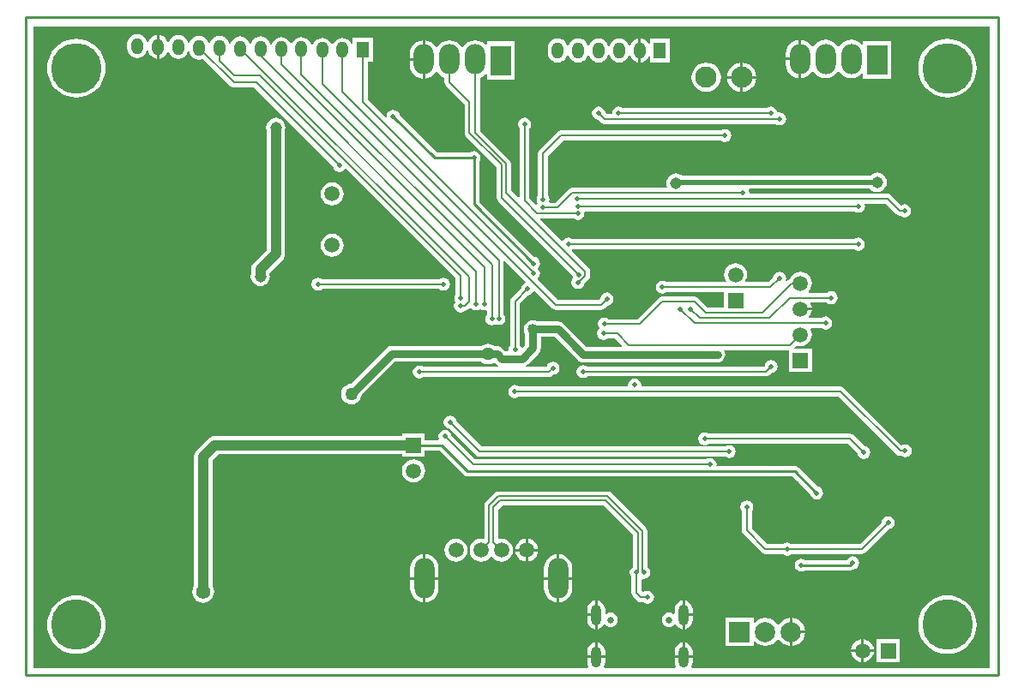
<source format=gbl>
%FSLAX25Y25*%
%MOIN*%
G70*
G01*
G75*
G04 Layer_Physical_Order=2*
G04 Layer_Color=16711680*
%ADD10R,0.02756X0.03347*%
%ADD11R,0.03543X0.03740*%
%ADD12R,0.03543X0.03740*%
%ADD13R,0.05118X0.03937*%
%ADD14R,0.05315X0.02559*%
%ADD15R,0.12992X0.09843*%
%ADD16R,0.10630X0.03937*%
%ADD17R,0.06299X0.12598*%
%ADD18R,0.13780X0.05118*%
%ADD19R,0.07874X0.07874*%
%ADD20R,0.04724X0.01969*%
%ADD21R,0.01181X0.03937*%
%ADD22R,0.02362X0.03937*%
%ADD23R,0.03937X0.07087*%
%ADD24R,0.07284X0.03740*%
%ADD25R,0.26772X0.26772*%
%ADD26R,0.07480X0.11811*%
%ADD27O,0.06890X0.02362*%
%ADD28R,0.03937X0.10630*%
%ADD29R,0.03347X0.02756*%
%ADD30O,0.01181X0.06299*%
%ADD31O,0.06299X0.01181*%
%ADD32R,0.01181X0.06299*%
%ADD33R,0.04331X0.04724*%
%ADD34R,0.04000X0.03000*%
%ADD35R,0.03000X0.04000*%
%ADD36R,0.09843X0.14410*%
%ADD37R,0.07874X0.14410*%
%ADD38R,0.06299X0.01969*%
%ADD39R,0.02126X0.03543*%
%ADD40R,0.06693X0.07874*%
%ADD41R,0.03000X0.03150*%
%ADD42R,0.03937X0.02362*%
%ADD43R,0.04843X0.05354*%
%ADD44C,0.00800*%
%ADD45C,0.04000*%
%ADD46C,0.01000*%
%ADD47C,0.02000*%
%ADD48C,0.03000*%
%ADD49C,0.01500*%
%ADD50C,0.07874*%
%ADD51R,0.07874X0.07874*%
%ADD52C,0.05906*%
%ADD53R,0.05906X0.05906*%
%ADD54R,0.05906X0.05906*%
%ADD55O,0.03937X0.08268*%
%ADD56C,0.02638*%
%ADD57O,0.07874X0.15748*%
%ADD58C,0.19685*%
%ADD59O,0.04724X0.06299*%
%ADD60R,0.04724X0.06299*%
%ADD61O,0.07874X0.11811*%
%ADD62R,0.07874X0.11811*%
%ADD63C,0.08268*%
%ADD64C,0.03000*%
%ADD65C,0.02000*%
%ADD66C,0.04500*%
%ADD67C,0.05000*%
%ADD68C,0.04000*%
%ADD69C,0.05500*%
G36*
X374761Y2839D02*
X259019D01*
X258741Y3255D01*
X259087Y4091D01*
X259206Y4996D01*
Y6662D01*
X252209D01*
Y4996D01*
X252329Y4091D01*
X252675Y3255D01*
X252397Y2839D01*
X225003D01*
X224725Y3255D01*
X225071Y4091D01*
X225191Y4996D01*
Y6662D01*
X218194D01*
Y4996D01*
X218313Y4091D01*
X218659Y3255D01*
X218381Y2839D01*
X3139D01*
Y252461D01*
X374761D01*
Y2839D01*
D02*
G37*
%LPC*%
G36*
X154495Y37176D02*
X149511D01*
Y33739D01*
X149698Y32320D01*
X150246Y30997D01*
X151118Y29862D01*
X152253Y28990D01*
X153576Y28442D01*
X154495Y28321D01*
Y37176D01*
D02*
G37*
G36*
X160479D02*
X155495D01*
Y28321D01*
X156415Y28442D01*
X157737Y28990D01*
X158873Y29862D01*
X159745Y30997D01*
X160292Y32320D01*
X160479Y33739D01*
Y37176D01*
D02*
G37*
G36*
X206464D02*
X201480D01*
Y33739D01*
X201667Y32320D01*
X202215Y30997D01*
X203086Y29862D01*
X204222Y28990D01*
X205544Y28442D01*
X206464Y28321D01*
Y37176D01*
D02*
G37*
G36*
X256208Y29098D02*
Y24000D01*
X259206D01*
Y25666D01*
X259087Y26571D01*
X258738Y27415D01*
X258182Y28139D01*
X257457Y28695D01*
X256613Y29045D01*
X256208Y29098D01*
D02*
G37*
G36*
X287500Y22384D02*
X286081Y22197D01*
X284758Y21649D01*
X283622Y20778D01*
X283411Y20502D01*
X282937Y20662D01*
Y22337D01*
X272063D01*
Y11463D01*
X282937D01*
Y13138D01*
X283411Y13298D01*
X283622Y13022D01*
X284758Y12151D01*
X286081Y11603D01*
X287500Y11416D01*
X288919Y11603D01*
X290242Y12151D01*
X291378Y13022D01*
X292249Y14158D01*
X292250Y14160D01*
X292750D01*
X292751Y14158D01*
X293622Y13022D01*
X294758Y12151D01*
X296081Y11603D01*
X297000Y11482D01*
Y16899D01*
Y22318D01*
X296081Y22197D01*
X294758Y21649D01*
X293622Y20778D01*
X292751Y19642D01*
X292750Y19640D01*
X292250D01*
X292249Y19642D01*
X291378Y20778D01*
X290242Y21649D01*
X288919Y22197D01*
X287500Y22384D01*
D02*
G37*
G36*
X255208Y29098D02*
X254802Y29045D01*
X253959Y28695D01*
X253234Y28139D01*
X252678Y27415D01*
X252329Y26571D01*
X252209Y25666D01*
Y24015D01*
X251761Y23793D01*
X251500Y23994D01*
X250814Y24278D01*
X250078Y24375D01*
X249342Y24278D01*
X248656Y23994D01*
X248067Y23542D01*
X247616Y22953D01*
X247332Y22268D01*
X247235Y21532D01*
X247332Y20796D01*
X247616Y20110D01*
X248067Y19521D01*
X248656Y19069D01*
X249342Y18785D01*
X250078Y18688D01*
X250814Y18785D01*
X251500Y19069D01*
X252088Y19521D01*
X252187Y19650D01*
X252678Y19586D01*
X253234Y18861D01*
X253959Y18305D01*
X254802Y17956D01*
X255208Y17902D01*
Y23499D01*
Y29098D01*
D02*
G37*
G36*
X221192D02*
X220787Y29045D01*
X219943Y28695D01*
X219218Y28139D01*
X218662Y27415D01*
X218313Y26571D01*
X218194Y25666D01*
Y24000D01*
X221192D01*
Y29098D01*
D02*
G37*
G36*
X212448Y37176D02*
X207464D01*
Y28321D01*
X208383Y28442D01*
X209706Y28990D01*
X210841Y29862D01*
X211713Y30997D01*
X212261Y32320D01*
X212448Y33739D01*
Y37176D01*
D02*
G37*
G36*
X207464Y47032D02*
Y38176D01*
X212448D01*
Y41613D01*
X212261Y43033D01*
X211713Y44355D01*
X210841Y45491D01*
X209706Y46363D01*
X208383Y46910D01*
X207464Y47032D01*
D02*
G37*
G36*
X167200Y53191D02*
X166038Y53038D01*
X164954Y52589D01*
X164024Y51876D01*
X163311Y50946D01*
X162862Y49862D01*
X162709Y48700D01*
X162862Y47538D01*
X163311Y46454D01*
X164024Y45524D01*
X164954Y44811D01*
X166038Y44362D01*
X167200Y44209D01*
X168362Y44362D01*
X169446Y44811D01*
X170376Y45524D01*
X171089Y46454D01*
X171538Y47538D01*
X171691Y48700D01*
X171538Y49862D01*
X171089Y50946D01*
X170376Y51876D01*
X169446Y52589D01*
X168362Y53038D01*
X167200Y53191D01*
D02*
G37*
G36*
X194259Y48200D02*
X190334D01*
X190421Y47538D01*
X190870Y46454D01*
X191583Y45524D01*
X192514Y44811D01*
X193597Y44362D01*
X194259Y44275D01*
Y48200D01*
D02*
G37*
G36*
X206464Y47032D02*
X205544Y46910D01*
X204222Y46363D01*
X203086Y45491D01*
X202215Y44355D01*
X201667Y43033D01*
X201480Y41613D01*
Y38176D01*
X206464D01*
Y47032D01*
D02*
G37*
G36*
X226163Y71537D02*
X183837D01*
X183096Y71390D01*
X182467Y70970D01*
X178810Y67312D01*
X178390Y66684D01*
X178242Y65942D01*
Y53412D01*
X177866Y53083D01*
X177042Y53191D01*
X175880Y53038D01*
X174797Y52589D01*
X173867Y51876D01*
X173153Y50946D01*
X172704Y49862D01*
X172551Y48700D01*
X172704Y47538D01*
X173153Y46454D01*
X173867Y45524D01*
X174797Y44811D01*
X175880Y44362D01*
X177042Y44209D01*
X178205Y44362D01*
X179288Y44811D01*
X180218Y45524D01*
X180729Y46191D01*
X181229D01*
X181741Y45524D01*
X182671Y44811D01*
X183754Y44362D01*
X184916Y44209D01*
X186079Y44362D01*
X187162Y44811D01*
X188092Y45524D01*
X188806Y46454D01*
X189255Y47538D01*
X189408Y48700D01*
X189255Y49862D01*
X188806Y50946D01*
X188092Y51876D01*
X187162Y52589D01*
X186079Y53038D01*
X184916Y53191D01*
X184093Y53083D01*
X183717Y53412D01*
Y64477D01*
X185302Y66063D01*
X224698D01*
X236063Y54698D01*
Y42113D01*
X235598Y41802D01*
X235045Y40975D01*
X234851Y40000D01*
X235045Y39024D01*
X235463Y38399D01*
Y32100D01*
X235463Y32100D01*
X235463D01*
X235610Y31359D01*
X236030Y30730D01*
X237783Y28977D01*
X238411Y28558D01*
X239153Y28410D01*
X240052D01*
X240677Y27992D01*
X241653Y27798D01*
X242628Y27992D01*
X243455Y28545D01*
X244008Y29372D01*
X244202Y30347D01*
X244008Y31323D01*
X243455Y32150D01*
X242628Y32702D01*
X241653Y32896D01*
X240677Y32702D01*
X240052Y32285D01*
X239955D01*
X239337Y32902D01*
Y37229D01*
X239724Y37546D01*
X240200Y37451D01*
X241176Y37645D01*
X242002Y38198D01*
X242555Y39024D01*
X242749Y40000D01*
X242555Y40975D01*
X242002Y41802D01*
X241537Y42113D01*
Y56163D01*
X241390Y56904D01*
X240970Y57533D01*
X227533Y70970D01*
X226904Y71390D01*
X226163Y71537D01*
D02*
G37*
G36*
X154495Y47032D02*
X153576Y46910D01*
X152253Y46363D01*
X151118Y45491D01*
X150246Y44355D01*
X149698Y43033D01*
X149511Y41613D01*
Y38176D01*
X154495D01*
Y47032D01*
D02*
G37*
G36*
X155495D02*
Y38176D01*
X160479D01*
Y41613D01*
X160292Y43033D01*
X159745Y44355D01*
X158873Y45491D01*
X157737Y46363D01*
X156415Y46910D01*
X155495Y47032D01*
D02*
G37*
G36*
X222192Y29098D02*
Y23499D01*
Y17902D01*
X222598Y17956D01*
X223441Y18305D01*
X224166Y18861D01*
X224722Y19586D01*
X225213Y19650D01*
X225312Y19521D01*
X225900Y19069D01*
X226586Y18785D01*
X227322Y18688D01*
X228058Y18785D01*
X228744Y19069D01*
X229332Y19521D01*
X229784Y20110D01*
X230068Y20796D01*
X230165Y21532D01*
X230068Y22268D01*
X229784Y22953D01*
X229332Y23542D01*
X228744Y23994D01*
X228058Y24278D01*
X227322Y24375D01*
X226586Y24278D01*
X225900Y23994D01*
X225639Y23793D01*
X225191Y24015D01*
Y25666D01*
X225071Y26571D01*
X224722Y27415D01*
X224166Y28139D01*
X223441Y28695D01*
X222598Y29045D01*
X222192Y29098D01*
D02*
G37*
G36*
Y12760D02*
Y7662D01*
X225191D01*
Y9327D01*
X225071Y10232D01*
X224722Y11076D01*
X224166Y11801D01*
X223441Y12357D01*
X222598Y12706D01*
X222192Y12760D01*
D02*
G37*
G36*
X255208D02*
X254802Y12706D01*
X253959Y12357D01*
X253234Y11801D01*
X252678Y11076D01*
X252329Y10232D01*
X252209Y9327D01*
Y7662D01*
X255208D01*
Y12760D01*
D02*
G37*
G36*
X256208D02*
Y7662D01*
X259206D01*
Y9327D01*
X259087Y10232D01*
X258738Y11076D01*
X258182Y11801D01*
X257457Y12357D01*
X256613Y12706D01*
X256208Y12760D01*
D02*
G37*
G36*
X221192D02*
X220787Y12706D01*
X219943Y12357D01*
X219218Y11801D01*
X218662Y11076D01*
X218313Y10232D01*
X218194Y9327D01*
Y7662D01*
X221192D01*
Y12760D01*
D02*
G37*
G36*
X339653Y13953D02*
X330747D01*
Y5047D01*
X339653D01*
Y13953D01*
D02*
G37*
G36*
X324700Y9000D02*
X320775D01*
X320862Y8338D01*
X321310Y7254D01*
X322024Y6324D01*
X322954Y5610D01*
X324038Y5162D01*
X324700Y5075D01*
Y9000D01*
D02*
G37*
G36*
X329625D02*
X325700D01*
Y5075D01*
X326362Y5162D01*
X327446Y5610D01*
X328376Y6324D01*
X329089Y7254D01*
X329538Y8338D01*
X329625Y9000D01*
D02*
G37*
G36*
X19685Y31063D02*
X17905Y30923D01*
X16169Y30506D01*
X14520Y29823D01*
X12998Y28890D01*
X11640Y27730D01*
X10480Y26373D01*
X9548Y24850D01*
X8864Y23201D01*
X8448Y21465D01*
X8308Y19685D01*
X8448Y17905D01*
X8864Y16169D01*
X9548Y14520D01*
X10480Y12998D01*
X11640Y11640D01*
X12998Y10480D01*
X14520Y9548D01*
X16169Y8864D01*
X17905Y8448D01*
X19685Y8308D01*
X21465Y8448D01*
X23201Y8864D01*
X24850Y9548D01*
X26373Y10480D01*
X27730Y11640D01*
X28890Y12998D01*
X29823Y14520D01*
X30506Y16169D01*
X30923Y17905D01*
X31063Y19685D01*
X30923Y21465D01*
X30506Y23201D01*
X29823Y24850D01*
X28890Y26373D01*
X27730Y27730D01*
X26373Y28890D01*
X24850Y29823D01*
X23201Y30506D01*
X21465Y30923D01*
X19685Y31063D01*
D02*
G37*
G36*
X298000Y22318D02*
Y17400D01*
X302918D01*
X302797Y18319D01*
X302249Y19642D01*
X301378Y20778D01*
X300242Y21649D01*
X298919Y22197D01*
X298000Y22318D01*
D02*
G37*
G36*
X221192Y23000D02*
X218194D01*
Y21335D01*
X218313Y20429D01*
X218662Y19586D01*
X219218Y18861D01*
X219943Y18305D01*
X220787Y17956D01*
X221192Y17902D01*
Y23000D01*
D02*
G37*
G36*
X259206D02*
X256208D01*
Y17902D01*
X256613Y17956D01*
X257457Y18305D01*
X258182Y18861D01*
X258738Y19586D01*
X259087Y20429D01*
X259206Y21335D01*
Y23000D01*
D02*
G37*
G36*
X302918Y16400D02*
X298000D01*
Y11482D01*
X298919Y11603D01*
X300242Y12151D01*
X301378Y13022D01*
X302249Y14158D01*
X302797Y15481D01*
X302918Y16400D01*
D02*
G37*
G36*
X358268Y31063D02*
X356488Y30923D01*
X354752Y30506D01*
X353102Y29823D01*
X351580Y28890D01*
X350223Y27730D01*
X349063Y26373D01*
X348130Y24850D01*
X347447Y23201D01*
X347030Y21465D01*
X346890Y19685D01*
X347030Y17905D01*
X347447Y16169D01*
X348130Y14520D01*
X349063Y12998D01*
X350223Y11640D01*
X351580Y10480D01*
X353102Y9548D01*
X354752Y8864D01*
X356488Y8448D01*
X358268Y8308D01*
X360048Y8448D01*
X361784Y8864D01*
X363433Y9548D01*
X364955Y10480D01*
X366313Y11640D01*
X367472Y12998D01*
X368405Y14520D01*
X369089Y16169D01*
X369505Y17905D01*
X369645Y19685D01*
X369505Y21465D01*
X369089Y23201D01*
X368405Y24850D01*
X367472Y26373D01*
X366313Y27730D01*
X364955Y28890D01*
X363433Y29823D01*
X361784Y30506D01*
X360048Y30923D01*
X358268Y31063D01*
D02*
G37*
G36*
X324700Y13925D02*
X324038Y13838D01*
X322954Y13389D01*
X322024Y12676D01*
X321310Y11746D01*
X320862Y10662D01*
X320775Y10000D01*
X324700D01*
Y13925D01*
D02*
G37*
G36*
X325700D02*
Y10000D01*
X329625D01*
X329538Y10662D01*
X329089Y11746D01*
X328376Y12676D01*
X327446Y13389D01*
X326362Y13838D01*
X325700Y13925D01*
D02*
G37*
G36*
X199184Y48200D02*
X195259D01*
Y44275D01*
X195922Y44362D01*
X197005Y44811D01*
X197935Y45524D01*
X198649Y46454D01*
X199097Y47538D01*
X199184Y48200D01*
D02*
G37*
G36*
X300400Y239294D02*
X295416D01*
Y237825D01*
X295603Y236406D01*
X296151Y235083D01*
X297022Y233947D01*
X298158Y233076D01*
X299481Y232528D01*
X300400Y232407D01*
Y239294D01*
D02*
G37*
G36*
X154200Y239094D02*
X149216D01*
Y237625D01*
X149403Y236206D01*
X149951Y234883D01*
X150822Y233748D01*
X151958Y232876D01*
X153281Y232328D01*
X154200Y232207D01*
Y239094D01*
D02*
G37*
G36*
X278800Y238317D02*
Y233200D01*
X283917D01*
X283789Y234171D01*
X283221Y235541D01*
X282318Y236718D01*
X281141Y237621D01*
X279771Y238189D01*
X278800Y238317D01*
D02*
G37*
G36*
X277800D02*
X276829Y238189D01*
X275459Y237621D01*
X274282Y236718D01*
X273379Y235541D01*
X272811Y234171D01*
X272683Y233200D01*
X277800D01*
Y238317D01*
D02*
G37*
G36*
X264521Y238383D02*
X263050Y238189D01*
X261679Y237621D01*
X260502Y236718D01*
X259599Y235541D01*
X259032Y234171D01*
X258838Y232700D01*
X259032Y231229D01*
X259599Y229859D01*
X260502Y228682D01*
X261679Y227779D01*
X263050Y227211D01*
X264521Y227017D01*
X265991Y227211D01*
X267362Y227779D01*
X268539Y228682D01*
X269442Y229859D01*
X270009Y231229D01*
X270203Y232700D01*
X270009Y234171D01*
X269442Y235541D01*
X268539Y236718D01*
X267362Y237621D01*
X265991Y238189D01*
X264521Y238383D01*
D02*
G37*
G36*
X358268Y247598D02*
X356488Y247458D01*
X354752Y247041D01*
X353102Y246358D01*
X351580Y245425D01*
X350223Y244266D01*
X349063Y242908D01*
X348130Y241386D01*
X347447Y239736D01*
X347030Y238000D01*
X346890Y236221D01*
X347030Y234441D01*
X347447Y232705D01*
X348130Y231055D01*
X349063Y229533D01*
X350223Y228175D01*
X351580Y227016D01*
X353102Y226083D01*
X354752Y225400D01*
X356488Y224983D01*
X358268Y224843D01*
X360048Y224983D01*
X361784Y225400D01*
X363433Y226083D01*
X364955Y227016D01*
X366313Y228175D01*
X367472Y229533D01*
X368405Y231055D01*
X369089Y232705D01*
X369505Y234441D01*
X369645Y236221D01*
X369505Y238000D01*
X369089Y239736D01*
X368405Y241386D01*
X367472Y242908D01*
X366313Y244266D01*
X364955Y245425D01*
X363433Y246358D01*
X361784Y247041D01*
X360048Y247458D01*
X358268Y247598D01*
D02*
G37*
G36*
X283917Y232200D02*
X278800D01*
Y227083D01*
X279771Y227211D01*
X281141Y227779D01*
X282318Y228682D01*
X283221Y229859D01*
X283789Y231229D01*
X283917Y232200D01*
D02*
G37*
G36*
X277800D02*
X272683D01*
X272811Y231229D01*
X273379Y229859D01*
X274282Y228682D01*
X275459Y227779D01*
X276829Y227211D01*
X277800Y227083D01*
Y232200D01*
D02*
G37*
G36*
X230752Y247783D02*
X229744Y247650D01*
X228804Y247261D01*
X227997Y246642D01*
X227378Y245835D01*
X226989Y244896D01*
X226967Y244724D01*
X226466D01*
X226444Y244896D01*
X226055Y245835D01*
X225436Y246642D01*
X224629Y247261D01*
X223689Y247650D01*
X222681Y247783D01*
X221673Y247650D01*
X220733Y247261D01*
X219927Y246642D01*
X219307Y245835D01*
X218994Y245079D01*
X218494D01*
X218181Y245835D01*
X217562Y246642D01*
X216755Y247261D01*
X215815Y247650D01*
X214807Y247783D01*
X213799Y247650D01*
X212859Y247261D01*
X212052Y246642D01*
X211433Y245835D01*
X211061Y244935D01*
X210561D01*
X210188Y245835D01*
X209569Y246642D01*
X208762Y247261D01*
X207822Y247650D01*
X206814Y247783D01*
X205806Y247650D01*
X204866Y247261D01*
X204060Y246642D01*
X203440Y245835D01*
X203051Y244896D01*
X202919Y243887D01*
Y242313D01*
X203051Y241304D01*
X203440Y240365D01*
X204060Y239558D01*
X204866Y238939D01*
X205806Y238550D01*
X206814Y238417D01*
X207822Y238550D01*
X208762Y238939D01*
X209569Y239558D01*
X210188Y240365D01*
X210561Y241265D01*
X211061D01*
X211433Y240365D01*
X212052Y239558D01*
X212859Y238939D01*
X213799Y238550D01*
X214807Y238417D01*
X215815Y238550D01*
X216755Y238939D01*
X217562Y239558D01*
X218181Y240365D01*
X218494Y241121D01*
X218994D01*
X219307Y240365D01*
X219927Y239558D01*
X220733Y238939D01*
X221673Y238550D01*
X222681Y238417D01*
X223689Y238550D01*
X224629Y238939D01*
X225436Y239558D01*
X226055Y240365D01*
X226444Y241304D01*
X226466Y241476D01*
X226967D01*
X226989Y241304D01*
X227378Y240365D01*
X227997Y239558D01*
X228804Y238939D01*
X229744Y238550D01*
X230752Y238417D01*
X231760Y238550D01*
X232700Y238939D01*
X233506Y239558D01*
X234126Y240365D01*
X234439Y241121D01*
X234939D01*
X235252Y240365D01*
X235871Y239558D01*
X236678Y238939D01*
X237618Y238550D01*
X238126Y238483D01*
Y243099D01*
Y247717D01*
X237618Y247650D01*
X236678Y247261D01*
X235871Y246642D01*
X235252Y245835D01*
X234939Y245079D01*
X234439D01*
X234126Y245835D01*
X233506Y246642D01*
X232700Y247261D01*
X231760Y247650D01*
X230752Y247783D01*
D02*
G37*
G36*
X320900Y247246D02*
X319481Y247059D01*
X318158Y246511D01*
X317022Y245640D01*
X316151Y244504D01*
X316150Y244502D01*
X315650D01*
X315649Y244504D01*
X314778Y245640D01*
X313642Y246511D01*
X312319Y247059D01*
X310900Y247246D01*
X309481Y247059D01*
X308158Y246511D01*
X307022Y245640D01*
X306151Y244504D01*
X306150Y244502D01*
X305650D01*
X305649Y244504D01*
X304778Y245640D01*
X303642Y246511D01*
X302319Y247059D01*
X301400Y247180D01*
Y239793D01*
Y232407D01*
X302319Y232528D01*
X303642Y233076D01*
X304778Y233947D01*
X305649Y235083D01*
X305650Y235085D01*
X306150D01*
X306151Y235083D01*
X307022Y233947D01*
X308158Y233076D01*
X309481Y232528D01*
X310900Y232341D01*
X312319Y232528D01*
X313642Y233076D01*
X314778Y233947D01*
X315649Y235083D01*
X315650Y235085D01*
X316150D01*
X316151Y235083D01*
X317022Y233947D01*
X318158Y233076D01*
X319481Y232528D01*
X320900Y232341D01*
X322319Y232528D01*
X323642Y233076D01*
X324778Y233947D01*
X324990Y234224D01*
X325463Y234063D01*
Y231995D01*
X336337D01*
Y246806D01*
X325463D01*
Y245525D01*
X324990Y245364D01*
X324778Y245640D01*
X323642Y246511D01*
X322319Y247059D01*
X320900Y247246D01*
D02*
G37*
G36*
X59346Y249183D02*
X58338Y249050D01*
X57399Y248661D01*
X56592Y248042D01*
X55973Y247235D01*
X55660Y246479D01*
X55159D01*
X54846Y247235D01*
X54227Y248042D01*
X53420Y248661D01*
X52481Y249050D01*
X51972Y249117D01*
Y244499D01*
Y239883D01*
X52481Y239950D01*
X53420Y240339D01*
X54227Y240958D01*
X54846Y241765D01*
X55159Y242521D01*
X55660D01*
X55973Y241765D01*
X56592Y240958D01*
X57399Y240339D01*
X58338Y239950D01*
X59346Y239817D01*
X60355Y239950D01*
X61294Y240339D01*
X62101Y240958D01*
X62720Y241765D01*
X63109Y242704D01*
X63112Y242726D01*
X63612D01*
X63655Y242404D01*
X64044Y241465D01*
X64663Y240658D01*
X65470Y240039D01*
X66409Y239650D01*
X67417Y239517D01*
X68426Y239650D01*
X68993Y239885D01*
X79647Y229230D01*
X79647D01*
X79647Y229230D01*
X79647Y229230D01*
Y229230D01*
X80276Y228810D01*
X81017Y228663D01*
X88798D01*
X119398Y198062D01*
X119545Y197325D01*
X120098Y196498D01*
X120924Y195945D01*
X121900Y195751D01*
X122875Y195945D01*
X123702Y196498D01*
X124108Y197105D01*
X124606Y197154D01*
X167163Y154598D01*
Y148201D01*
X166745Y147575D01*
X166551Y146600D01*
X166745Y145624D01*
X167012Y145225D01*
X166645Y144676D01*
X166451Y143700D01*
X166645Y142725D01*
X167198Y141898D01*
X168025Y141345D01*
X169000Y141151D01*
X169975Y141345D01*
X170601Y141763D01*
X171341Y141910D01*
X171970Y142330D01*
X172634Y142995D01*
X173132Y142946D01*
X173298Y142698D01*
X174125Y142145D01*
X175100Y141951D01*
X176075Y142145D01*
X176650Y142529D01*
X177225Y142145D01*
X178200Y141951D01*
X178876Y142086D01*
X179263Y141768D01*
Y140201D01*
X178845Y139576D01*
X178651Y138600D01*
X178845Y137625D01*
X179398Y136798D01*
X180225Y136245D01*
X181200Y136051D01*
X182176Y136245D01*
X182700Y136595D01*
X182924Y136445D01*
X183900Y136251D01*
X184876Y136445D01*
X185702Y136998D01*
X186255Y137824D01*
X186449Y138800D01*
X186255Y139776D01*
X185837Y140401D01*
Y160970D01*
X186299Y161161D01*
X194249Y153212D01*
X194104Y152733D01*
X194103Y152733D01*
X193275Y152180D01*
X192723Y151353D01*
X192576Y150616D01*
X188830Y146870D01*
X188410Y146241D01*
X188263Y145500D01*
Y128301D01*
X187845Y127675D01*
X187651Y126700D01*
X187668Y126612D01*
X187351Y126226D01*
X186253D01*
X185340Y127140D01*
X184713Y127620D01*
X184499Y127709D01*
X183983Y127923D01*
X183200Y128026D01*
X182327D01*
X181717Y128494D01*
X180744Y128897D01*
X179700Y129034D01*
X178656Y128897D01*
X177683Y128494D01*
X177073Y128026D01*
X142200D01*
X141417Y127923D01*
X140687Y127620D01*
X140060Y127140D01*
X126318Y113397D01*
X125556Y113297D01*
X124583Y112894D01*
X123747Y112253D01*
X123106Y111417D01*
X122703Y110444D01*
X122565Y109400D01*
X122703Y108356D01*
X123106Y107383D01*
X123747Y106547D01*
X124583Y105906D01*
X125556Y105503D01*
X126600Y105366D01*
X127644Y105503D01*
X128617Y105906D01*
X129453Y106547D01*
X130094Y107383D01*
X130497Y108356D01*
X130597Y109118D01*
X143453Y121974D01*
X177073D01*
X177683Y121506D01*
X178656Y121103D01*
X179700Y120966D01*
X180744Y121103D01*
X181717Y121506D01*
X182112Y121809D01*
X182860Y121060D01*
X182860Y121060D01*
X183215Y120788D01*
X183487Y120580D01*
X183789Y120454D01*
X183854Y120428D01*
X183756Y119937D01*
X154601D01*
X153975Y120355D01*
X153000Y120549D01*
X152024Y120355D01*
X151198Y119802D01*
X150645Y118975D01*
X150451Y118000D01*
X150645Y117025D01*
X151198Y116198D01*
X152024Y115645D01*
X153000Y115451D01*
X153975Y115645D01*
X154601Y116063D01*
X203400D01*
X204141Y116210D01*
X204770Y116630D01*
X204770Y116630D01*
X204770Y116630D01*
X205138Y116998D01*
X205875Y117145D01*
X206702Y117698D01*
X207255Y118525D01*
X207449Y119500D01*
X207255Y120475D01*
X206702Y121302D01*
X205875Y121855D01*
X204900Y122049D01*
X203924Y121855D01*
X203098Y121302D01*
X202545Y120475D01*
X202438Y119937D01*
X194344D01*
X194246Y120428D01*
X194399Y120491D01*
X194613Y120580D01*
X195240Y121060D01*
X199310Y125130D01*
X199791Y125757D01*
X199879Y125971D01*
X200093Y126487D01*
X200196Y127270D01*
Y131604D01*
X205617D01*
X214560Y122660D01*
X214560Y122660D01*
X214832Y122452D01*
X215187Y122179D01*
X215703Y121966D01*
X215917Y121877D01*
X216008Y121865D01*
X216700Y121774D01*
X216700Y121774D01*
X268900D01*
X269683Y121877D01*
X270413Y122179D01*
X271040Y122660D01*
X271520Y123287D01*
X271823Y124017D01*
X271926Y124800D01*
X271823Y125583D01*
X271520Y126313D01*
X271644Y126563D01*
X296647D01*
Y118047D01*
X305553D01*
Y126953D01*
X298946D01*
X298754Y127415D01*
X299629Y128290D01*
X299938Y128162D01*
X301100Y128009D01*
X302262Y128162D01*
X303346Y128611D01*
X304276Y129324D01*
X304990Y130254D01*
X305438Y131338D01*
X305591Y132500D01*
X305438Y133662D01*
X304990Y134746D01*
X305195Y135163D01*
X309299D01*
X309925Y134745D01*
X310900Y134551D01*
X311876Y134745D01*
X312702Y135298D01*
X313255Y136125D01*
X313449Y137100D01*
X313255Y138075D01*
X312702Y138902D01*
X311876Y139455D01*
X310900Y139649D01*
X309925Y139455D01*
X309299Y139037D01*
X304621D01*
X304400Y139486D01*
X304990Y140254D01*
X305438Y141338D01*
X305525Y142000D01*
X301099D01*
Y143000D01*
X305525D01*
X305438Y143662D01*
X304990Y144746D01*
X305097Y144963D01*
X311499D01*
X312124Y144545D01*
X313100Y144351D01*
X314075Y144545D01*
X314902Y145098D01*
X315455Y145924D01*
X315649Y146900D01*
X315455Y147875D01*
X314902Y148702D01*
X314075Y149255D01*
X313100Y149449D01*
X312124Y149255D01*
X311499Y148837D01*
X304419D01*
X304258Y149311D01*
X304276Y149324D01*
X304990Y150254D01*
X305438Y151338D01*
X305591Y152500D01*
X305438Y153662D01*
X304990Y154746D01*
X304276Y155676D01*
X303346Y156389D01*
X302262Y156838D01*
X301100Y156991D01*
X299938Y156838D01*
X298854Y156389D01*
X297924Y155676D01*
X297211Y154746D01*
X297036Y154325D01*
X296859Y154290D01*
X296230Y153870D01*
X295832Y153472D01*
X295391Y153708D01*
X295549Y154500D01*
X295355Y155475D01*
X294802Y156302D01*
X293975Y156855D01*
X293000Y157049D01*
X292024Y156855D01*
X291198Y156302D01*
X290645Y155475D01*
X290498Y154738D01*
X288698Y152937D01*
X279804D01*
X279583Y153386D01*
X279789Y153654D01*
X280238Y154738D01*
X280391Y155900D01*
X280238Y157062D01*
X279789Y158146D01*
X279076Y159076D01*
X278146Y159790D01*
X277062Y160238D01*
X275900Y160391D01*
X274738Y160238D01*
X273654Y159790D01*
X272724Y159076D01*
X272010Y158146D01*
X271562Y157062D01*
X271409Y155900D01*
X271562Y154738D01*
X272010Y153654D01*
X272217Y153386D01*
X271996Y152937D01*
X249101D01*
X248476Y153355D01*
X247500Y153549D01*
X246525Y153355D01*
X245698Y152802D01*
X245145Y151976D01*
X244951Y151000D01*
X245145Y150024D01*
X245698Y149198D01*
X246525Y148645D01*
X247500Y148451D01*
X248476Y148645D01*
X249101Y149063D01*
X271447D01*
Y143137D01*
X265002D01*
X261370Y146770D01*
X260741Y147190D01*
X260000Y147337D01*
X247400D01*
X246659Y147190D01*
X246030Y146770D01*
X237798Y138537D01*
X226501D01*
X225875Y138955D01*
X224900Y139149D01*
X223924Y138955D01*
X223098Y138402D01*
X222545Y137575D01*
X222351Y136600D01*
X222545Y135625D01*
X223021Y134913D01*
X222761Y134739D01*
X222208Y133913D01*
X222014Y132937D01*
X222208Y131962D01*
X222761Y131135D01*
X223587Y130582D01*
X224563Y130388D01*
X225538Y130582D01*
X226164Y131000D01*
X229098D01*
X231809Y128288D01*
X231618Y127826D01*
X217953D01*
X209010Y136770D01*
X208383Y137250D01*
X208169Y137339D01*
X207653Y137553D01*
X206870Y137656D01*
X198976D01*
X198935Y137687D01*
X198084Y138040D01*
X197170Y138160D01*
X196256Y138040D01*
X195405Y137687D01*
X194674Y137126D01*
X194113Y136395D01*
X193760Y135544D01*
X193640Y134630D01*
X193760Y133716D01*
X194113Y132865D01*
X194144Y132824D01*
Y128524D01*
X193053Y127432D01*
X192575Y127577D01*
X192555Y127675D01*
X192137Y128301D01*
Y144698D01*
X195316Y147876D01*
X196053Y148023D01*
X196880Y148575D01*
X197433Y149402D01*
X197433Y149404D01*
X197912Y149549D01*
X204730Y142730D01*
X204730Y142730D01*
X204730Y142730D01*
Y142730D01*
X204730Y142730D01*
Y142730D01*
X205359Y142310D01*
X206100Y142163D01*
X223600D01*
X224341Y142310D01*
X224970Y142730D01*
X224970Y142730D01*
X224970Y142730D01*
X226138Y143898D01*
X226875Y144045D01*
X227702Y144598D01*
X228255Y145424D01*
X228449Y146400D01*
X228255Y147376D01*
X227702Y148202D01*
X226875Y148755D01*
X225900Y148949D01*
X224924Y148755D01*
X224098Y148202D01*
X223545Y147376D01*
X223398Y146638D01*
X222798Y146037D01*
X206902D01*
X199002Y153938D01*
X199051Y154436D01*
X199119Y154481D01*
X199671Y155308D01*
X199865Y156283D01*
X199671Y157259D01*
X199119Y158086D01*
Y158349D01*
X199223Y158418D01*
X199775Y159245D01*
X199969Y160221D01*
X199775Y161196D01*
X199223Y162023D01*
X198396Y162575D01*
X197838Y162686D01*
X176339Y184186D01*
Y199952D01*
X176655Y200425D01*
X176849Y201400D01*
X176655Y202376D01*
X176102Y203202D01*
X175276Y203755D01*
X174300Y203949D01*
X173325Y203755D01*
X172852Y203439D01*
X159819D01*
X145303Y217955D01*
X145192Y218512D01*
X144639Y219339D01*
X143812Y219892D01*
X142837Y220086D01*
X141862Y219892D01*
X141035Y219339D01*
X140482Y218512D01*
X140288Y217537D01*
X140365Y217152D01*
X139924Y216916D01*
X132937Y223902D01*
Y238650D01*
X134862D01*
Y247950D01*
X127138D01*
Y245776D01*
X126647Y245678D01*
X126500Y246035D01*
X125881Y246842D01*
X125074Y247461D01*
X124134Y247850D01*
X123126Y247983D01*
X122118Y247850D01*
X121178Y247461D01*
X120371Y246842D01*
X119752Y246035D01*
X119439Y245279D01*
X118939D01*
X118626Y246035D01*
X118007Y246842D01*
X117200Y247461D01*
X116260Y247850D01*
X115252Y247983D01*
X114244Y247850D01*
X113304Y247461D01*
X112497Y246842D01*
X111878Y246035D01*
X111489Y245096D01*
X111486Y245074D01*
X110986D01*
X110944Y245396D01*
X110555Y246335D01*
X109936Y247142D01*
X109129Y247761D01*
X108189Y248150D01*
X107181Y248283D01*
X106173Y248150D01*
X105233Y247761D01*
X104427Y247142D01*
X103807Y246335D01*
X103494Y245579D01*
X102994D01*
X102681Y246335D01*
X102062Y247142D01*
X101255Y247761D01*
X100315Y248150D01*
X99307Y248283D01*
X98299Y248150D01*
X97359Y247761D01*
X96552Y247142D01*
X95934Y246335D01*
X95544Y245396D01*
X95541Y245374D01*
X95041D01*
X94999Y245696D01*
X94610Y246635D01*
X93991Y247442D01*
X93184Y248061D01*
X92244Y248450D01*
X91236Y248583D01*
X90228Y248450D01*
X89289Y248061D01*
X88482Y247442D01*
X87863Y246635D01*
X87549Y245879D01*
X87049D01*
X86736Y246635D01*
X86117Y247442D01*
X85310Y248061D01*
X84370Y248450D01*
X83362Y248583D01*
X82354Y248450D01*
X81414Y248061D01*
X80608Y247442D01*
X79989Y246635D01*
X79599Y245696D01*
X79597Y245674D01*
X79097D01*
X79054Y245996D01*
X78665Y246935D01*
X78046Y247742D01*
X77239Y248361D01*
X76300Y248750D01*
X75291Y248883D01*
X74283Y248750D01*
X73344Y248361D01*
X72537Y247742D01*
X71918Y246935D01*
X71604Y246179D01*
X71104D01*
X70791Y246935D01*
X70172Y247742D01*
X69365Y248361D01*
X68426Y248750D01*
X67417Y248883D01*
X66409Y248750D01*
X65470Y248361D01*
X64663Y247742D01*
X64044Y246935D01*
X63655Y245996D01*
X63652Y245974D01*
X63152D01*
X63109Y246296D01*
X62720Y247235D01*
X62101Y248042D01*
X61294Y248661D01*
X60355Y249050D01*
X59346Y249183D01*
D02*
G37*
G36*
X250362Y247750D02*
X242638D01*
Y245576D01*
X242147Y245478D01*
X242000Y245835D01*
X241381Y246642D01*
X240574Y247261D01*
X239634Y247650D01*
X239126Y247717D01*
Y243099D01*
Y238483D01*
X239634Y238550D01*
X240574Y238939D01*
X241381Y239558D01*
X242000Y240365D01*
X242147Y240722D01*
X242638Y240624D01*
Y238450D01*
X250362D01*
Y247750D01*
D02*
G37*
G36*
X154200Y246980D02*
X153281Y246859D01*
X151958Y246311D01*
X150822Y245440D01*
X149951Y244304D01*
X149403Y242982D01*
X149216Y241562D01*
Y240094D01*
X154200D01*
Y246980D01*
D02*
G37*
G36*
X43402Y249483D02*
X42393Y249350D01*
X41454Y248961D01*
X40647Y248342D01*
X40028Y247535D01*
X39639Y246596D01*
X39506Y245587D01*
Y244013D01*
X39639Y243004D01*
X40028Y242065D01*
X40647Y241258D01*
X41454Y240639D01*
X42393Y240250D01*
X43402Y240117D01*
X44410Y240250D01*
X45349Y240639D01*
X46156Y241258D01*
X46775Y242065D01*
X47164Y243004D01*
X47167Y243026D01*
X47667D01*
X47710Y242704D01*
X48099Y241765D01*
X48718Y240958D01*
X49525Y240339D01*
X50464Y239950D01*
X50972Y239883D01*
Y244499D01*
Y249117D01*
X50464Y249050D01*
X49525Y248661D01*
X48718Y248042D01*
X48099Y247235D01*
X47710Y246296D01*
X47707Y246274D01*
X47207D01*
X47164Y246596D01*
X46775Y247535D01*
X46156Y248342D01*
X45349Y248961D01*
X44410Y249350D01*
X43402Y249483D01*
D02*
G37*
G36*
X174700Y247046D02*
X173281Y246859D01*
X171958Y246311D01*
X170822Y245440D01*
X169951Y244304D01*
X169950Y244302D01*
X169450D01*
X169449Y244304D01*
X168578Y245440D01*
X167442Y246311D01*
X166119Y246859D01*
X164700Y247046D01*
X163281Y246859D01*
X161958Y246311D01*
X160822Y245440D01*
X159951Y244304D01*
X159950Y244302D01*
X159450D01*
X159449Y244304D01*
X158578Y245440D01*
X157442Y246311D01*
X156119Y246859D01*
X155200Y246980D01*
Y239593D01*
Y232207D01*
X156119Y232328D01*
X157442Y232876D01*
X158578Y233748D01*
X159449Y234883D01*
X159450Y234885D01*
X159950D01*
X159951Y234883D01*
X160822Y233748D01*
X161958Y232876D01*
X162763Y232543D01*
Y230800D01*
X162763Y230800D01*
X162763D01*
X162910Y230059D01*
X163330Y229430D01*
X170563Y222198D01*
Y211200D01*
X170710Y210459D01*
X171130Y209830D01*
X183173Y197788D01*
Y185790D01*
X183173Y185790D01*
X183173D01*
X183320Y185049D01*
X183740Y184421D01*
X212598Y155562D01*
X212745Y154824D01*
X212864Y154647D01*
X212798Y154602D01*
X212245Y153776D01*
X212051Y152800D01*
X212245Y151824D01*
X212798Y150998D01*
X213625Y150445D01*
X214600Y150251D01*
X215576Y150445D01*
X216402Y150998D01*
X216955Y151824D01*
X217055Y152329D01*
X218864Y154137D01*
X219284Y154766D01*
X219431Y155507D01*
Y157006D01*
X219284Y157747D01*
X218864Y158376D01*
X212166Y165074D01*
X212215Y165572D01*
X212501Y165763D01*
X321999D01*
X322624Y165345D01*
X323600Y165151D01*
X324575Y165345D01*
X325402Y165898D01*
X325955Y166725D01*
X326149Y167700D01*
X325955Y168675D01*
X325402Y169502D01*
X324575Y170055D01*
X323600Y170249D01*
X322624Y170055D01*
X321999Y169637D01*
X212501D01*
X211876Y170055D01*
X210900Y170249D01*
X209925Y170055D01*
X209098Y169502D01*
X208772Y169015D01*
X208274Y168966D01*
X199939Y177301D01*
X200130Y177763D01*
X212999D01*
X213625Y177345D01*
X214600Y177151D01*
X215576Y177345D01*
X216402Y177898D01*
X216955Y178725D01*
X217149Y179700D01*
X217054Y180176D01*
X217371Y180563D01*
X322099D01*
X322725Y180145D01*
X323700Y179951D01*
X324675Y180145D01*
X325502Y180698D01*
X326055Y181525D01*
X326249Y182500D01*
X326055Y183475D01*
X326102Y183563D01*
X334072D01*
X338299Y179336D01*
X338927Y178916D01*
X339668Y178768D01*
X340036D01*
X340662Y178351D01*
X341637Y178156D01*
X342612Y178351D01*
X343439Y178903D01*
X343992Y179730D01*
X344186Y180705D01*
X343992Y181681D01*
X343439Y182508D01*
X342612Y183061D01*
X341637Y183255D01*
X340662Y183061D01*
X340297Y182817D01*
X336244Y186870D01*
X335615Y187290D01*
X334874Y187437D01*
X281565D01*
X281349Y187700D01*
X281155Y188675D01*
X281065Y188810D01*
X281301Y189251D01*
X328129D01*
X328225Y189126D01*
X329009Y188524D01*
X329921Y188146D01*
X330900Y188018D01*
X331879Y188146D01*
X332791Y188524D01*
X333575Y189126D01*
X334176Y189909D01*
X334554Y190821D01*
X334682Y191800D01*
X334554Y192779D01*
X334176Y193691D01*
X333575Y194474D01*
X332791Y195076D01*
X331879Y195454D01*
X330900Y195582D01*
X329921Y195454D01*
X329009Y195076D01*
X328225Y194474D01*
X328129Y194349D01*
X255247D01*
X254691Y194776D01*
X253779Y195153D01*
X252800Y195282D01*
X251821Y195153D01*
X250909Y194776D01*
X250126Y194175D01*
X249524Y193391D01*
X249147Y192479D01*
X249018Y191500D01*
X249147Y190521D01*
X249340Y190053D01*
X249063Y189637D01*
X212400D01*
X211659Y189490D01*
X211030Y189070D01*
X205838Y183878D01*
X203800D01*
X203483Y184265D01*
X203649Y185100D01*
X203455Y186075D01*
X203037Y186701D01*
Y202198D01*
X208902Y208063D01*
X270199D01*
X270825Y207645D01*
X271800Y207451D01*
X272776Y207645D01*
X273602Y208198D01*
X274155Y209025D01*
X274349Y210000D01*
X274155Y210976D01*
X273602Y211802D01*
X272776Y212355D01*
X271800Y212549D01*
X270825Y212355D01*
X270199Y211937D01*
X208100D01*
X207359Y211790D01*
X206730Y211370D01*
X199730Y204370D01*
X199310Y203741D01*
X199163Y203000D01*
Y186701D01*
X198745Y186075D01*
X198551Y185100D01*
X198745Y184125D01*
X199069Y183640D01*
X198700Y183087D01*
X198202Y183038D01*
X195837Y185402D01*
Y212799D01*
X196255Y213424D01*
X196449Y214400D01*
X196255Y215375D01*
X195702Y216202D01*
X194876Y216755D01*
X193900Y216949D01*
X192924Y216755D01*
X192098Y216202D01*
X191545Y215375D01*
X191351Y214400D01*
X191545Y213424D01*
X191963Y212799D01*
Y185930D01*
X191501Y185739D01*
X188537Y188702D01*
Y199200D01*
X188390Y199941D01*
X187970Y200570D01*
X176637Y211902D01*
Y232543D01*
X177442Y232876D01*
X178578Y233748D01*
X178789Y234023D01*
X179263Y233863D01*
Y231795D01*
X190137D01*
Y246605D01*
X179263D01*
Y245325D01*
X178789Y245164D01*
X178578Y245440D01*
X177442Y246311D01*
X176119Y246859D01*
X174700Y247046D01*
D02*
G37*
G36*
X300400Y247180D02*
X299481Y247059D01*
X298158Y246511D01*
X297022Y245640D01*
X296151Y244504D01*
X295603Y243182D01*
X295416Y241762D01*
Y240294D01*
X300400D01*
Y247180D01*
D02*
G37*
G36*
X263900Y94549D02*
X262925Y94355D01*
X262098Y93802D01*
X261545Y92975D01*
X261351Y92000D01*
X261545Y91025D01*
X262098Y90198D01*
X262925Y89645D01*
X263900Y89451D01*
X264876Y89645D01*
X265501Y90063D01*
X319698D01*
X323293Y86467D01*
X323440Y85730D01*
X323992Y84903D01*
X324819Y84351D01*
X325795Y84157D01*
X326770Y84351D01*
X327597Y84903D01*
X328149Y85730D01*
X328344Y86705D01*
X328149Y87681D01*
X327597Y88508D01*
X326770Y89060D01*
X326032Y89207D01*
X321870Y93370D01*
X321241Y93790D01*
X320500Y93937D01*
X265501D01*
X264876Y94355D01*
X263900Y94549D01*
D02*
G37*
G36*
X150700Y83991D02*
X149538Y83838D01*
X148454Y83390D01*
X147524Y82676D01*
X146810Y81746D01*
X146362Y80662D01*
X146209Y79500D01*
X146362Y78338D01*
X146810Y77254D01*
X147524Y76324D01*
X148454Y75611D01*
X149538Y75162D01*
X150700Y75009D01*
X151862Y75162D01*
X152946Y75611D01*
X153876Y76324D01*
X154589Y77254D01*
X155038Y78338D01*
X155191Y79500D01*
X155038Y80662D01*
X154589Y81746D01*
X153876Y82676D01*
X152946Y83390D01*
X151862Y83838D01*
X150700Y83991D01*
D02*
G37*
G36*
X163000Y95549D02*
X162024Y95355D01*
X161198Y94802D01*
X160645Y93976D01*
X160451Y93000D01*
X160645Y92024D01*
X160675Y91980D01*
X160439Y91539D01*
X155153D01*
Y93953D01*
X146247D01*
Y93030D01*
X73500D01*
X72586Y92910D01*
X71735Y92557D01*
X71004Y91996D01*
X66504Y87496D01*
X65943Y86765D01*
X65590Y85914D01*
X65470Y85000D01*
Y34881D01*
X65288Y34643D01*
X64859Y33610D01*
X64713Y32500D01*
X64859Y31391D01*
X65288Y30357D01*
X65969Y29469D01*
X66857Y28788D01*
X67891Y28359D01*
X69000Y28213D01*
X70109Y28359D01*
X71143Y28788D01*
X72031Y29469D01*
X72712Y30357D01*
X73141Y31391D01*
X73287Y32500D01*
X73141Y33610D01*
X72712Y34643D01*
X72530Y34881D01*
Y83538D01*
X74962Y85970D01*
X146247D01*
Y85047D01*
X155153D01*
Y87461D01*
X160755D01*
X170258Y77958D01*
X170258D01*
X170258Y77958D01*
X170258Y77958D01*
Y77958D01*
X170920Y77516D01*
X171700Y77361D01*
X298155D01*
X305034Y70482D01*
X305145Y69924D01*
X305698Y69098D01*
X306524Y68545D01*
X307500Y68351D01*
X308475Y68545D01*
X309302Y69098D01*
X309855Y69924D01*
X310049Y70900D01*
X309855Y71876D01*
X309302Y72702D01*
X308475Y73255D01*
X307918Y73366D01*
X300442Y80842D01*
X299780Y81284D01*
X299000Y81439D01*
X268831D01*
X268514Y81826D01*
X268549Y82000D01*
X268355Y82976D01*
X267802Y83802D01*
X266975Y84355D01*
X266000Y84549D01*
X265024Y84355D01*
X264399Y83937D01*
X174802D01*
X165502Y93238D01*
X165355Y93976D01*
X164802Y94802D01*
X163976Y95355D01*
X163000Y95549D01*
D02*
G37*
G36*
X165000Y101049D02*
X164024Y100855D01*
X163198Y100302D01*
X162645Y99476D01*
X162451Y98500D01*
X162645Y97524D01*
X163198Y96698D01*
X164024Y96145D01*
X164762Y95998D01*
X175130Y85630D01*
X175130D01*
X175130Y85630D01*
X175130Y85630D01*
Y85630D01*
X175759Y85210D01*
X176500Y85063D01*
X271899D01*
X272524Y84645D01*
X273500Y84451D01*
X274476Y84645D01*
X275302Y85198D01*
X275855Y86024D01*
X276049Y87000D01*
X275855Y87976D01*
X275302Y88802D01*
X274476Y89355D01*
X273500Y89549D01*
X272524Y89355D01*
X271899Y88937D01*
X177302D01*
X167502Y98738D01*
X167355Y99476D01*
X166802Y100302D01*
X165975Y100855D01*
X165000Y101049D01*
D02*
G37*
G36*
X280306Y68049D02*
X279330Y67855D01*
X278503Y67302D01*
X277951Y66475D01*
X277757Y65500D01*
X277951Y64525D01*
X278368Y63899D01*
Y56295D01*
X278368Y56295D01*
X278368D01*
X278516Y55553D01*
X278936Y54925D01*
X286130Y47730D01*
X286759Y47310D01*
X287500Y47163D01*
X294299D01*
X294924Y46745D01*
X295900Y46551D01*
X296876Y46745D01*
X297501Y47163D01*
X325000D01*
X325741Y47310D01*
X326370Y47730D01*
X335438Y56798D01*
X336175Y56945D01*
X337002Y57498D01*
X337555Y58324D01*
X337749Y59300D01*
X337555Y60276D01*
X337002Y61102D01*
X336175Y61655D01*
X335200Y61849D01*
X334225Y61655D01*
X333398Y61102D01*
X332845Y60276D01*
X332698Y59538D01*
X324198Y51037D01*
X297501D01*
X296876Y51455D01*
X295900Y51649D01*
X294924Y51455D01*
X294299Y51037D01*
X288302D01*
X282243Y57097D01*
Y63899D01*
X282661Y64525D01*
X282855Y65500D01*
X282661Y66475D01*
X282108Y67302D01*
X281281Y67855D01*
X280306Y68049D01*
D02*
G37*
G36*
X321394Y46255D02*
X320419Y46060D01*
X319592Y45508D01*
X319145Y44839D01*
X302948D01*
X302476Y45155D01*
X301500Y45349D01*
X300524Y45155D01*
X299698Y44602D01*
X299145Y43775D01*
X298951Y42800D01*
X299145Y41824D01*
X299698Y40998D01*
X300524Y40445D01*
X301500Y40251D01*
X302476Y40445D01*
X302948Y40761D01*
X320489D01*
X321269Y40916D01*
X321729Y41223D01*
X322370Y41351D01*
X323197Y41903D01*
X323749Y42730D01*
X323943Y43705D01*
X323749Y44681D01*
X323197Y45508D01*
X322370Y46060D01*
X321394Y46255D01*
D02*
G37*
G36*
X195259Y53125D02*
Y49200D01*
X199184D01*
X199097Y49862D01*
X198649Y50946D01*
X197935Y51876D01*
X197005Y52589D01*
X195922Y53038D01*
X195259Y53125D01*
D02*
G37*
G36*
X194259D02*
X193597Y53038D01*
X192514Y52589D01*
X191583Y51876D01*
X190870Y50946D01*
X190421Y49862D01*
X190334Y49200D01*
X194259D01*
Y53125D01*
D02*
G37*
G36*
X119100Y191791D02*
X117938Y191638D01*
X116854Y191190D01*
X115924Y190476D01*
X115210Y189546D01*
X114762Y188462D01*
X114609Y187300D01*
X114762Y186138D01*
X115210Y185054D01*
X115924Y184124D01*
X116854Y183411D01*
X117938Y182962D01*
X119100Y182809D01*
X120262Y182962D01*
X121346Y183411D01*
X122276Y184124D01*
X122989Y185054D01*
X123438Y186138D01*
X123591Y187300D01*
X123438Y188462D01*
X122989Y189546D01*
X122276Y190476D01*
X121346Y191190D01*
X120262Y191638D01*
X119100Y191791D01*
D02*
G37*
G36*
Y171791D02*
X117938Y171638D01*
X116854Y171189D01*
X115924Y170476D01*
X115210Y169546D01*
X114762Y168462D01*
X114609Y167300D01*
X114762Y166138D01*
X115210Y165054D01*
X115924Y164124D01*
X116854Y163410D01*
X117938Y162962D01*
X119100Y162809D01*
X120262Y162962D01*
X121346Y163410D01*
X122276Y164124D01*
X122989Y165054D01*
X123438Y166138D01*
X123591Y167300D01*
X123438Y168462D01*
X122989Y169546D01*
X122276Y170476D01*
X121346Y171189D01*
X120262Y171638D01*
X119100Y171791D01*
D02*
G37*
G36*
X19685Y247598D02*
X17905Y247458D01*
X16169Y247041D01*
X14520Y246358D01*
X12998Y245425D01*
X11640Y244266D01*
X10480Y242908D01*
X9548Y241386D01*
X8864Y239736D01*
X8448Y238000D01*
X8308Y236221D01*
X8448Y234441D01*
X8864Y232705D01*
X9548Y231055D01*
X10480Y229533D01*
X11640Y228175D01*
X12998Y227016D01*
X14520Y226083D01*
X16169Y225400D01*
X17905Y224983D01*
X19685Y224843D01*
X21465Y224983D01*
X23201Y225400D01*
X24850Y226083D01*
X26373Y227016D01*
X27730Y228175D01*
X28890Y229533D01*
X29823Y231055D01*
X30506Y232705D01*
X30923Y234441D01*
X31063Y236221D01*
X30923Y238000D01*
X30506Y239736D01*
X29823Y241386D01*
X28890Y242908D01*
X27730Y244266D01*
X26373Y245425D01*
X24850Y246358D01*
X23201Y247041D01*
X21465Y247458D01*
X19685Y247598D01*
D02*
G37*
G36*
X289700Y221249D02*
X288724Y221055D01*
X288099Y220637D01*
X232101D01*
X231475Y221055D01*
X230500Y221249D01*
X229524Y221055D01*
X228698Y220502D01*
X228145Y219675D01*
X227951Y218700D01*
X227735Y218437D01*
X225702D01*
X225202Y218938D01*
X225055Y219675D01*
X224502Y220502D01*
X223675Y221055D01*
X222700Y221249D01*
X221725Y221055D01*
X220898Y220502D01*
X220345Y219675D01*
X220151Y218700D01*
X220345Y217724D01*
X220898Y216898D01*
X221725Y216345D01*
X222462Y216198D01*
X223530Y215130D01*
X224159Y214710D01*
X224900Y214563D01*
X291399D01*
X292024Y214145D01*
X293000Y213951D01*
X293975Y214145D01*
X294802Y214698D01*
X295355Y215525D01*
X295549Y216500D01*
X295355Y217476D01*
X294802Y218302D01*
X293975Y218855D01*
X293000Y219049D01*
X292211Y218892D01*
X292055Y219675D01*
X291502Y220502D01*
X290675Y221055D01*
X289700Y221249D01*
D02*
G37*
G36*
Y122749D02*
X288724Y122555D01*
X287898Y122002D01*
X287345Y121176D01*
X287198Y120438D01*
X286887Y120126D01*
X218290D01*
X217664Y120544D01*
X216689Y120738D01*
X215714Y120544D01*
X214887Y119991D01*
X214334Y119164D01*
X214140Y118189D01*
X214334Y117213D01*
X214887Y116387D01*
X215714Y115834D01*
X216689Y115640D01*
X217664Y115834D01*
X218290Y116252D01*
X287689D01*
X288430Y116399D01*
X289059Y116819D01*
X289059Y116819D01*
X289059Y116819D01*
X289938Y117698D01*
X290675Y117845D01*
X291502Y118398D01*
X292055Y119225D01*
X292249Y120200D01*
X292055Y121176D01*
X291502Y122002D01*
X290675Y122555D01*
X289700Y122749D01*
D02*
G37*
G36*
X236700Y115454D02*
X235724Y115261D01*
X234898Y114708D01*
X234345Y113881D01*
X234151Y112906D01*
X234187Y112724D01*
X233870Y112337D01*
X191701D01*
X191076Y112755D01*
X190100Y112949D01*
X189125Y112755D01*
X188298Y112202D01*
X187745Y111375D01*
X187551Y110400D01*
X187745Y109424D01*
X188298Y108598D01*
X189125Y108045D01*
X190100Y107851D01*
X191076Y108045D01*
X191701Y108463D01*
X315972D01*
X338499Y85936D01*
X339127Y85516D01*
X339868Y85368D01*
X340236D01*
X340862Y84951D01*
X341837Y84756D01*
X342812Y84951D01*
X343639Y85503D01*
X344192Y86330D01*
X344386Y87305D01*
X344192Y88281D01*
X343639Y89108D01*
X342812Y89661D01*
X341837Y89855D01*
X340862Y89661D01*
X340497Y89417D01*
X318144Y111770D01*
X317515Y112190D01*
X316774Y112337D01*
X239530D01*
X239213Y112724D01*
X239249Y112906D01*
X239055Y113881D01*
X238502Y114708D01*
X237675Y115261D01*
X236700Y115454D01*
D02*
G37*
G36*
X162400Y154749D02*
X161425Y154555D01*
X160799Y154137D01*
X115201D01*
X114576Y154555D01*
X113600Y154749D01*
X112625Y154555D01*
X111798Y154002D01*
X111245Y153175D01*
X111051Y152200D01*
X111245Y151225D01*
X111798Y150398D01*
X112625Y149845D01*
X113600Y149651D01*
X114576Y149845D01*
X115201Y150263D01*
X160799D01*
X161425Y149845D01*
X162400Y149651D01*
X163375Y149845D01*
X164202Y150398D01*
X164755Y151225D01*
X164949Y152200D01*
X164755Y153175D01*
X164202Y154002D01*
X163375Y154555D01*
X162400Y154749D01*
D02*
G37*
G36*
X97200Y216982D02*
X96221Y216853D01*
X95309Y216476D01*
X94525Y215875D01*
X93924Y215091D01*
X93546Y214179D01*
X93418Y213200D01*
X93546Y212221D01*
X93670Y211923D01*
Y165462D01*
X88704Y160496D01*
X88143Y159765D01*
X87790Y158914D01*
X87670Y158000D01*
Y156477D01*
X87546Y156179D01*
X87418Y155200D01*
X87546Y154221D01*
X87924Y153309D01*
X88525Y152525D01*
X89309Y151924D01*
X90221Y151547D01*
X91200Y151418D01*
X92179Y151547D01*
X93091Y151924D01*
X93875Y152525D01*
X94476Y153309D01*
X94854Y154221D01*
X94982Y155200D01*
X94854Y156179D01*
X94730Y156477D01*
Y156538D01*
X99696Y161504D01*
X100257Y162235D01*
X100610Y163086D01*
X100730Y164000D01*
X100730Y164000D01*
X100730Y164000D01*
Y164000D01*
Y211923D01*
X100854Y212221D01*
X100982Y213200D01*
X100854Y214179D01*
X100476Y215091D01*
X99875Y215875D01*
X99091Y216476D01*
X98179Y216853D01*
X97200Y216982D01*
D02*
G37*
%LPD*%
D44*
X325000Y49100D02*
X335200Y59300D01*
X295900Y49100D02*
X325000D01*
X287500D02*
X295900D01*
X280306Y56295D02*
X287500Y49100D01*
X280306Y56295D02*
Y65500D01*
X190200Y145500D02*
X195078Y150378D01*
X190200Y126700D02*
Y145500D01*
X185110Y185790D02*
Y198590D01*
X164700Y230800D02*
X172500Y223000D01*
X185110Y185790D02*
X215100Y155800D01*
X172500Y211200D02*
X185110Y198590D01*
X172500Y211200D02*
Y223000D01*
X164700Y230800D02*
Y239594D01*
X186600Y187900D02*
X217494Y157006D01*
X174700Y211100D02*
X186600Y199200D01*
Y187900D02*
Y199200D01*
X174700Y211100D02*
Y239594D01*
X206100Y144100D02*
X223600D01*
X225900Y146400D01*
X214600Y182500D02*
X323700D01*
X214300Y185500D02*
X334874D01*
X210900Y167700D02*
X323600D01*
X190100Y110400D02*
X316774D01*
X200941Y181941D02*
X206641D01*
X212400Y187700D01*
X278800D01*
X216800Y210000D02*
X224500D01*
X201100Y203000D02*
X208100Y210000D01*
X201100Y185100D02*
Y203000D01*
X208100Y210000D02*
X216800D01*
X224500D02*
X271800D01*
X198800Y179700D02*
X214600D01*
X193900Y184600D02*
X198800Y179700D01*
X193900Y184600D02*
Y214400D01*
X217494Y155507D02*
Y157006D01*
X214787Y152800D02*
X217494Y155507D01*
X123126Y227074D02*
X206100Y144100D01*
X203400Y118000D02*
X204900Y119500D01*
X153000Y118000D02*
X203400D01*
X113600Y152200D02*
X162400D01*
X238600Y136600D02*
X247400Y145400D01*
X260000D01*
X224900Y136600D02*
X238600D01*
X214600Y152800D02*
X214787D01*
X214600D02*
Y152900D01*
X81017Y230600D02*
X89600D01*
X121900Y198300D01*
X169100Y146600D02*
Y155400D01*
X91100Y233400D02*
X169100Y155400D01*
X81100Y233400D02*
X91100D01*
X67417Y244200D02*
X81017Y230600D01*
X196600Y157500D02*
X197317Y156783D01*
Y156283D02*
Y156783D01*
X131000Y223100D02*
X196600Y157500D01*
X169000Y143700D02*
X170600D01*
X172200Y145300D01*
Y152400D01*
Y155062D01*
Y147400D02*
Y152400D01*
X83362Y243900D02*
X172200Y155062D01*
X175100Y144500D02*
Y157100D01*
X91236Y240964D02*
X175100Y157100D01*
X99307Y237693D02*
X178200Y158800D01*
Y144500D02*
Y158800D01*
X107181Y233800D02*
X181200Y159781D01*
Y138600D02*
Y159781D01*
X115252Y230148D02*
X183900Y161500D01*
Y138800D02*
Y161500D01*
X75291Y239209D02*
X81100Y233400D01*
X75291Y239209D02*
Y244200D01*
X91236Y240964D02*
Y243900D01*
X99307Y237693D02*
Y243600D01*
X107181Y233800D02*
Y243600D01*
X115252Y230148D02*
Y243300D01*
X123126Y227074D02*
Y243300D01*
X131000Y223100D02*
Y243300D01*
X224563Y132937D02*
X229900D01*
X234337Y128500D01*
X297100D01*
X301100Y132500D01*
X297600Y152500D02*
X301100D01*
X286300Y141200D02*
X297600Y152500D01*
X264200Y141200D02*
X286300D01*
X260000Y145400D02*
X264200Y141200D01*
X287689Y118189D02*
X289700Y120200D01*
X216689Y118189D02*
X287689D01*
X247500Y151000D02*
X250500D01*
X289500D01*
X250000D02*
X250500D01*
X289500D02*
X293000Y154500D01*
X224900Y216500D02*
X293000D01*
X222700Y218700D02*
X224900Y216500D01*
X230500Y218700D02*
X289700D01*
X177042Y48700D02*
X180180Y51837D01*
X181780D02*
X184916Y48700D01*
X181780Y65280D02*
X184500Y68000D01*
X225500D01*
X183837Y69600D02*
X226163D01*
X237400Y40000D02*
X238000Y40600D01*
X181780Y51837D02*
Y65280D01*
X225500Y68000D02*
X238000Y55500D01*
Y40600D02*
Y55500D01*
X180180Y51837D02*
Y65942D01*
X183837Y69600D01*
X226163D02*
X239600Y56163D01*
Y40600D02*
Y56163D01*
X239153Y30347D02*
X241653D01*
X237400Y32100D02*
X239153Y30347D01*
X237400Y32100D02*
Y40000D01*
X174000Y82000D02*
X266000D01*
X163000Y93000D02*
X174000Y82000D01*
X176500Y87000D02*
X273500D01*
X165000Y98500D02*
X176500Y87000D01*
X320500Y92000D02*
X325795Y86705D01*
X264000Y92000D02*
X320500D01*
X259900Y137100D02*
X310900D01*
X254500Y142500D02*
X259900Y137100D01*
X296900Y146900D02*
X313100D01*
X262000Y139000D02*
X289000D01*
X258500Y142500D02*
X262000Y139000D01*
X289000D02*
X296900Y146900D01*
X316774Y110400D02*
X339868Y87305D01*
X341837D01*
X334874Y185500D02*
X339668Y180705D01*
X341637D01*
D45*
X91200Y155200D02*
Y158000D01*
X97200Y164000D01*
Y213200D01*
X73500Y89500D02*
X150700D01*
X69000Y85000D02*
X73500Y89500D01*
X69000Y32500D02*
Y85000D01*
D46*
X174300Y183341D02*
X197421Y160221D01*
X174300Y183341D02*
Y201400D01*
X158974D02*
X174300D01*
X142837Y217537D02*
X158974Y201400D01*
X320489Y42800D02*
X321394Y43705D01*
X301500Y42800D02*
X320489D01*
X299000Y79400D02*
X307500Y70900D01*
X171700Y79400D02*
X299000D01*
X161600Y89500D02*
X171700Y79400D01*
X150700Y89500D02*
X161600D01*
X0Y255906D02*
X377953D01*
Y0D02*
Y255906D01*
X0Y0D02*
Y256000D01*
Y0D02*
X377953D01*
D47*
X252800Y191800D02*
X330900D01*
D48*
X231700Y124800D02*
X268900D01*
X216700D02*
X231700D01*
X206870Y134630D02*
X216700Y124800D01*
X197170Y134630D02*
X206870D01*
X197170Y127270D02*
Y134630D01*
X193100Y123200D02*
X197170Y127270D01*
X185000Y123200D02*
X193100D01*
X183200Y125000D02*
X185000Y123200D01*
X179700Y125000D02*
X183200D01*
X142200D02*
X179700D01*
X126600Y109400D02*
X142200Y125000D01*
D50*
X297500Y16900D02*
D03*
X287500D02*
D03*
D51*
X277500D02*
D03*
D52*
X325200Y9500D02*
D03*
X301100Y152500D02*
D03*
Y142500D02*
D03*
Y132500D02*
D03*
X167200Y48700D02*
D03*
X177042D02*
D03*
X184916D02*
D03*
X194759D02*
D03*
X150700Y79500D02*
D03*
X119100Y187300D02*
D03*
Y167300D02*
D03*
X275900Y155900D02*
D03*
X70900Y147700D02*
D03*
D53*
X335200Y9500D02*
D03*
D54*
X301100Y122500D02*
D03*
X150700Y89500D02*
D03*
X275900Y145900D02*
D03*
D55*
X255708Y23500D02*
D03*
Y7162D02*
D03*
X221692Y23500D02*
D03*
Y7162D02*
D03*
D56*
X227322Y21532D02*
D03*
X250078D02*
D03*
D57*
X154995Y37676D02*
D03*
X206964D02*
D03*
D58*
X19685Y19685D02*
D03*
Y236221D02*
D03*
X358268D02*
D03*
Y19685D02*
D03*
D59*
X51472Y244500D02*
D03*
X43402Y244800D02*
D03*
X83362Y243900D02*
D03*
X75291Y244200D02*
D03*
X59346Y244500D02*
D03*
X67417Y244200D02*
D03*
X99307Y243600D02*
D03*
X91236Y243900D02*
D03*
X107181Y243600D02*
D03*
X115252Y243300D02*
D03*
X123126D02*
D03*
X206814Y243100D02*
D03*
X222681D02*
D03*
X214807D02*
D03*
X230752D02*
D03*
X238626D02*
D03*
D60*
X131000Y243300D02*
D03*
X246500Y243100D02*
D03*
D61*
X154700Y239594D02*
D03*
X164700D02*
D03*
X174700D02*
D03*
X300900Y239794D02*
D03*
X310900D02*
D03*
X320900D02*
D03*
D62*
X184700Y239200D02*
D03*
X330900Y239400D02*
D03*
D63*
X278300Y232700D02*
D03*
X264521D02*
D03*
D64*
X369000Y249500D02*
D03*
X371250Y245000D02*
D03*
Y236000D02*
D03*
Y227000D02*
D03*
X369000Y222500D02*
D03*
X371250Y218000D02*
D03*
X369000Y213500D02*
D03*
X371250Y209000D02*
D03*
X369000Y204500D02*
D03*
X371250Y200000D02*
D03*
X369000Y195500D02*
D03*
X371250Y191000D02*
D03*
X369000Y186500D02*
D03*
X371250Y182000D02*
D03*
X369000Y168500D02*
D03*
X371250Y164000D02*
D03*
X369000Y159500D02*
D03*
X371250Y155000D02*
D03*
X369000Y150500D02*
D03*
X371250Y137000D02*
D03*
X369000Y132500D02*
D03*
X371250Y128000D02*
D03*
X369000Y123500D02*
D03*
X371250Y119000D02*
D03*
X369000Y105500D02*
D03*
X371250Y101000D02*
D03*
X369000Y96500D02*
D03*
X371250Y92000D02*
D03*
X369000Y87500D02*
D03*
X371250Y74000D02*
D03*
X369000Y69500D02*
D03*
X371250Y65000D02*
D03*
X369000Y60500D02*
D03*
X371250Y56000D02*
D03*
X369000Y51500D02*
D03*
X371250Y47000D02*
D03*
X369000Y42500D02*
D03*
X371250Y38000D02*
D03*
X369000Y33500D02*
D03*
X371250Y29000D02*
D03*
Y20000D02*
D03*
Y11000D02*
D03*
X369000Y6500D02*
D03*
X364500Y249500D02*
D03*
Y222500D02*
D03*
X366750Y218000D02*
D03*
X364500Y213500D02*
D03*
X366750Y209000D02*
D03*
X364500Y204500D02*
D03*
X366750Y200000D02*
D03*
X364500Y195500D02*
D03*
X366750Y191000D02*
D03*
X364500Y186500D02*
D03*
X366750Y182000D02*
D03*
X364500Y168500D02*
D03*
X366750Y164000D02*
D03*
X364500Y159500D02*
D03*
X366750Y155000D02*
D03*
X364500Y150500D02*
D03*
X366750Y137000D02*
D03*
X364500Y132500D02*
D03*
X366750Y128000D02*
D03*
X364500Y123500D02*
D03*
X366750Y119000D02*
D03*
X364500Y105500D02*
D03*
X366750Y101000D02*
D03*
X364500Y96500D02*
D03*
X366750Y92000D02*
D03*
X364500Y87500D02*
D03*
X366750Y74000D02*
D03*
X364500Y69500D02*
D03*
X366750Y65000D02*
D03*
X364500Y60500D02*
D03*
X366750Y56000D02*
D03*
X364500Y51500D02*
D03*
X366750Y47000D02*
D03*
X364500Y42500D02*
D03*
X366750Y38000D02*
D03*
X364500Y33500D02*
D03*
Y6500D02*
D03*
X360000Y249500D02*
D03*
Y222500D02*
D03*
X362250Y218000D02*
D03*
X360000Y213500D02*
D03*
X362250Y209000D02*
D03*
X360000Y204500D02*
D03*
X362250Y200000D02*
D03*
X360000Y195500D02*
D03*
X362250Y191000D02*
D03*
X360000Y186500D02*
D03*
X362250Y182000D02*
D03*
X360000Y177500D02*
D03*
X362250Y173000D02*
D03*
X360000Y168500D02*
D03*
X362250Y164000D02*
D03*
X360000Y159500D02*
D03*
X362250Y155000D02*
D03*
X360000Y150500D02*
D03*
X362250Y146000D02*
D03*
X360000Y141500D02*
D03*
X362250Y137000D02*
D03*
X360000Y132500D02*
D03*
X362250Y128000D02*
D03*
X360000Y123500D02*
D03*
X362250Y119000D02*
D03*
X360000Y114500D02*
D03*
X362250Y110000D02*
D03*
X360000Y105500D02*
D03*
X362250Y101000D02*
D03*
X360000Y96500D02*
D03*
X362250Y92000D02*
D03*
X360000Y87500D02*
D03*
X362250Y83000D02*
D03*
X360000Y78500D02*
D03*
X362250Y74000D02*
D03*
X360000Y69500D02*
D03*
X362250Y65000D02*
D03*
X360000Y60500D02*
D03*
X362250Y56000D02*
D03*
X360000Y51500D02*
D03*
X362250Y47000D02*
D03*
X360000Y42500D02*
D03*
X362250Y38000D02*
D03*
X360000Y33500D02*
D03*
Y6500D02*
D03*
X355500Y249500D02*
D03*
Y222500D02*
D03*
X357750Y218000D02*
D03*
X355500Y213500D02*
D03*
X357750Y209000D02*
D03*
X355500Y204500D02*
D03*
X357750Y200000D02*
D03*
X355500Y195500D02*
D03*
X357750Y191000D02*
D03*
X355500Y186500D02*
D03*
X357750Y182000D02*
D03*
X355500Y168500D02*
D03*
X357750Y164000D02*
D03*
X355500Y159500D02*
D03*
X357750Y155000D02*
D03*
X355500Y150500D02*
D03*
X357750Y137000D02*
D03*
X355500Y132500D02*
D03*
X357750Y128000D02*
D03*
X355500Y123500D02*
D03*
X357750Y119000D02*
D03*
X355500Y105500D02*
D03*
X357750Y101000D02*
D03*
X355500Y96500D02*
D03*
X357750Y92000D02*
D03*
X355500Y87500D02*
D03*
X357750Y74000D02*
D03*
X355500Y69500D02*
D03*
X357750Y65000D02*
D03*
X355500Y60500D02*
D03*
X357750Y56000D02*
D03*
X355500Y51500D02*
D03*
X357750Y47000D02*
D03*
X355500Y42500D02*
D03*
X357750Y38000D02*
D03*
X355500Y33500D02*
D03*
Y6500D02*
D03*
X351000Y249500D02*
D03*
Y222500D02*
D03*
X353250Y218000D02*
D03*
X351000Y213500D02*
D03*
X353250Y209000D02*
D03*
X351000Y204500D02*
D03*
X353250Y200000D02*
D03*
X351000Y195500D02*
D03*
X353250Y191000D02*
D03*
X351000Y186500D02*
D03*
X353250Y182000D02*
D03*
X351000Y168500D02*
D03*
X353250Y164000D02*
D03*
X351000Y159500D02*
D03*
X353250Y155000D02*
D03*
X351000Y150500D02*
D03*
X353250Y137000D02*
D03*
X351000Y132500D02*
D03*
X353250Y128000D02*
D03*
X351000Y123500D02*
D03*
X353250Y119000D02*
D03*
X351000Y105500D02*
D03*
X353250Y101000D02*
D03*
X351000Y96500D02*
D03*
X353250Y92000D02*
D03*
X351000Y87500D02*
D03*
X353250Y74000D02*
D03*
X351000Y69500D02*
D03*
X353250Y65000D02*
D03*
X351000Y60500D02*
D03*
X353250Y56000D02*
D03*
X351000Y51500D02*
D03*
X353250Y47000D02*
D03*
X351000Y42500D02*
D03*
X353250Y38000D02*
D03*
X351000Y33500D02*
D03*
Y6500D02*
D03*
X346500Y249500D02*
D03*
X348750Y245000D02*
D03*
Y227000D02*
D03*
X346500Y222500D02*
D03*
X348750Y218000D02*
D03*
X346500Y213500D02*
D03*
X348750Y209000D02*
D03*
X346500Y204500D02*
D03*
X348750Y200000D02*
D03*
X346500Y195500D02*
D03*
X348750Y191000D02*
D03*
X346500Y186500D02*
D03*
Y168500D02*
D03*
X348750Y164000D02*
D03*
X346500Y159500D02*
D03*
X348750Y155000D02*
D03*
Y137000D02*
D03*
X346500Y132500D02*
D03*
X348750Y128000D02*
D03*
X346500Y105500D02*
D03*
X348750Y101000D02*
D03*
X346500Y96500D02*
D03*
X348750Y92000D02*
D03*
Y74000D02*
D03*
X346500Y69500D02*
D03*
X348750Y65000D02*
D03*
X346500Y60500D02*
D03*
X348750Y56000D02*
D03*
X346500Y51500D02*
D03*
X348750Y47000D02*
D03*
Y38000D02*
D03*
X346500Y33500D02*
D03*
X348750Y29000D02*
D03*
Y11000D02*
D03*
X346500Y6500D02*
D03*
X342000Y249500D02*
D03*
X344250Y245000D02*
D03*
X342000Y240500D02*
D03*
X344250Y236000D02*
D03*
X342000Y231500D02*
D03*
X344250Y227000D02*
D03*
X342000Y222500D02*
D03*
X344250Y218000D02*
D03*
X342000Y213500D02*
D03*
X344250Y209000D02*
D03*
X342000Y204500D02*
D03*
X344250Y200000D02*
D03*
X342000Y195500D02*
D03*
X344250Y191000D02*
D03*
X342000Y168500D02*
D03*
X344250Y164000D02*
D03*
Y137000D02*
D03*
X342000Y132500D02*
D03*
Y105500D02*
D03*
X344250Y101000D02*
D03*
X342000Y96500D02*
D03*
X344250Y92000D02*
D03*
Y74000D02*
D03*
X342000Y69500D02*
D03*
X344250Y65000D02*
D03*
X342000Y60500D02*
D03*
X344250Y56000D02*
D03*
X342000Y51500D02*
D03*
X344250Y47000D02*
D03*
X342000Y33500D02*
D03*
X344250Y29000D02*
D03*
X342000Y24500D02*
D03*
X344250Y20000D02*
D03*
X342000Y15500D02*
D03*
X344250Y11000D02*
D03*
X342000Y6500D02*
D03*
X337500Y249500D02*
D03*
X339750Y245000D02*
D03*
Y236000D02*
D03*
Y227000D02*
D03*
X337500Y222500D02*
D03*
X339750Y218000D02*
D03*
X337500Y213500D02*
D03*
X339750Y209000D02*
D03*
X337500Y204500D02*
D03*
X339750Y200000D02*
D03*
X337500Y195500D02*
D03*
X339750Y191000D02*
D03*
X337500Y168500D02*
D03*
X339750Y164000D02*
D03*
Y137000D02*
D03*
X337500Y105500D02*
D03*
X339750Y101000D02*
D03*
X337500Y96500D02*
D03*
X339750Y74000D02*
D03*
X337500Y69500D02*
D03*
X339750Y65000D02*
D03*
Y56000D02*
D03*
X337500Y51500D02*
D03*
X339750Y47000D02*
D03*
X337500Y33500D02*
D03*
X339750Y29000D02*
D03*
Y20000D02*
D03*
X333000Y249500D02*
D03*
X335250Y227000D02*
D03*
Y218000D02*
D03*
Y209000D02*
D03*
Y200000D02*
D03*
X333000Y159500D02*
D03*
Y105500D02*
D03*
X335250Y101000D02*
D03*
Y74000D02*
D03*
X333000Y69500D02*
D03*
X335250Y65000D02*
D03*
Y29000D02*
D03*
X328500Y249500D02*
D03*
X330750Y182000D02*
D03*
Y173000D02*
D03*
X328500Y159500D02*
D03*
X330750Y155000D02*
D03*
X328500Y150500D02*
D03*
X330750Y146000D02*
D03*
X328500Y132500D02*
D03*
X330750Y128000D02*
D03*
X328500Y123500D02*
D03*
X330750Y119000D02*
D03*
X328500Y114500D02*
D03*
X330750Y110000D02*
D03*
X328500Y105500D02*
D03*
X330750Y83000D02*
D03*
Y74000D02*
D03*
Y65000D02*
D03*
X328500Y24500D02*
D03*
X330750Y20000D02*
D03*
X328500Y15500D02*
D03*
X324000Y249500D02*
D03*
X326250Y227000D02*
D03*
X324000Y222500D02*
D03*
X326250Y218000D02*
D03*
X324000Y213500D02*
D03*
X326250Y209000D02*
D03*
X324000Y204500D02*
D03*
X326250Y200000D02*
D03*
X324000Y132500D02*
D03*
X326250Y128000D02*
D03*
X324000Y123500D02*
D03*
X326250Y119000D02*
D03*
X324000Y114500D02*
D03*
X326250Y110000D02*
D03*
X324000Y96500D02*
D03*
X326250Y92000D02*
D03*
Y29000D02*
D03*
X324000Y24500D02*
D03*
X326250Y20000D02*
D03*
X319500Y249500D02*
D03*
Y222500D02*
D03*
X321750Y218000D02*
D03*
X319500Y213500D02*
D03*
X321750Y209000D02*
D03*
X319500Y204500D02*
D03*
X321750Y200000D02*
D03*
X319500Y177500D02*
D03*
X321750Y173000D02*
D03*
X319500Y159500D02*
D03*
Y150500D02*
D03*
Y141500D02*
D03*
X321750Y137000D02*
D03*
X319500Y132500D02*
D03*
X321750Y128000D02*
D03*
X319500Y123500D02*
D03*
X321750Y119000D02*
D03*
X319500Y114500D02*
D03*
Y96500D02*
D03*
Y87500D02*
D03*
X321750Y83000D02*
D03*
X319500Y78500D02*
D03*
X321750Y74000D02*
D03*
X319500Y69500D02*
D03*
X321750Y65000D02*
D03*
X319500Y60500D02*
D03*
Y33500D02*
D03*
X321750Y29000D02*
D03*
X319500Y24500D02*
D03*
X321750Y20000D02*
D03*
X319500Y15500D02*
D03*
X315000Y249500D02*
D03*
X317250Y218000D02*
D03*
Y209000D02*
D03*
Y200000D02*
D03*
Y173000D02*
D03*
Y164000D02*
D03*
Y155000D02*
D03*
Y146000D02*
D03*
X315000Y141500D02*
D03*
X317250Y137000D02*
D03*
X315000Y132500D02*
D03*
X317250Y128000D02*
D03*
X315000Y123500D02*
D03*
X317250Y119000D02*
D03*
X315000Y114500D02*
D03*
Y105500D02*
D03*
X317250Y101000D02*
D03*
X315000Y96500D02*
D03*
Y87500D02*
D03*
X317250Y83000D02*
D03*
X315000Y78500D02*
D03*
X317250Y74000D02*
D03*
Y56000D02*
D03*
Y38000D02*
D03*
X315000Y33500D02*
D03*
X317250Y29000D02*
D03*
X315000Y24500D02*
D03*
X317250Y20000D02*
D03*
X315000Y15500D02*
D03*
X317250Y11000D02*
D03*
X315000Y6500D02*
D03*
X310500Y249500D02*
D03*
Y132500D02*
D03*
X312750Y128000D02*
D03*
X310500Y123500D02*
D03*
X312750Y119000D02*
D03*
X310500Y114500D02*
D03*
Y105500D02*
D03*
X312750Y101000D02*
D03*
X310500Y96500D02*
D03*
Y87500D02*
D03*
X312750Y83000D02*
D03*
X310500Y78500D02*
D03*
X312750Y74000D02*
D03*
Y38000D02*
D03*
X310500Y33500D02*
D03*
X312750Y29000D02*
D03*
X310500Y24500D02*
D03*
X312750Y20000D02*
D03*
X310500Y15500D02*
D03*
X312750Y11000D02*
D03*
X310500Y6500D02*
D03*
X306000Y249500D02*
D03*
Y231500D02*
D03*
Y222500D02*
D03*
Y213500D02*
D03*
Y204500D02*
D03*
Y177500D02*
D03*
Y159500D02*
D03*
X308250Y128000D02*
D03*
Y119000D02*
D03*
X306000Y114500D02*
D03*
Y105500D02*
D03*
X308250Y101000D02*
D03*
X306000Y96500D02*
D03*
Y87500D02*
D03*
X308250Y83000D02*
D03*
X306000Y78500D02*
D03*
X308250Y38000D02*
D03*
X306000Y33500D02*
D03*
X308250Y29000D02*
D03*
X306000Y24500D02*
D03*
X308250Y20000D02*
D03*
X306000Y15500D02*
D03*
X308250Y11000D02*
D03*
X306000Y6500D02*
D03*
X301500Y249500D02*
D03*
X303750Y227000D02*
D03*
X301500Y222500D02*
D03*
X303750Y218000D02*
D03*
X301500Y213500D02*
D03*
X303750Y209000D02*
D03*
X301500Y204500D02*
D03*
X303750Y200000D02*
D03*
X301500Y177500D02*
D03*
X303750Y173000D02*
D03*
Y164000D02*
D03*
X301500Y159500D02*
D03*
Y114500D02*
D03*
Y105500D02*
D03*
X303750Y101000D02*
D03*
X301500Y96500D02*
D03*
Y87500D02*
D03*
X303750Y83000D02*
D03*
X301500Y69500D02*
D03*
Y33500D02*
D03*
X303750Y29000D02*
D03*
X301500Y24500D02*
D03*
X303750Y11000D02*
D03*
X301500Y6500D02*
D03*
X297000Y249500D02*
D03*
X299250Y227000D02*
D03*
X297000Y222500D02*
D03*
X299250Y218000D02*
D03*
X297000Y213500D02*
D03*
X299250Y209000D02*
D03*
X297000Y204500D02*
D03*
X299250Y200000D02*
D03*
X297000Y177500D02*
D03*
X299250Y173000D02*
D03*
Y164000D02*
D03*
X297000Y159500D02*
D03*
Y114500D02*
D03*
Y105500D02*
D03*
X299250Y101000D02*
D03*
X297000Y96500D02*
D03*
Y87500D02*
D03*
X299250Y83000D02*
D03*
Y74000D02*
D03*
X297000Y69500D02*
D03*
X299250Y65000D02*
D03*
X297000Y60500D02*
D03*
Y33500D02*
D03*
X299250Y29000D02*
D03*
X297000Y24500D02*
D03*
Y6500D02*
D03*
X292500Y249500D02*
D03*
Y240500D02*
D03*
Y231500D02*
D03*
X294750Y227000D02*
D03*
X292500Y222500D02*
D03*
X294750Y119000D02*
D03*
X292500Y114500D02*
D03*
Y105500D02*
D03*
X294750Y101000D02*
D03*
X292500Y96500D02*
D03*
Y87500D02*
D03*
X294750Y83000D02*
D03*
Y74000D02*
D03*
X292500Y69500D02*
D03*
X294750Y65000D02*
D03*
X292500Y60500D02*
D03*
Y33500D02*
D03*
X294750Y29000D02*
D03*
X292500Y24500D02*
D03*
Y6500D02*
D03*
X288000Y249500D02*
D03*
X290250Y245000D02*
D03*
X288000Y240500D02*
D03*
X290250Y236000D02*
D03*
X288000Y231500D02*
D03*
X290250Y227000D02*
D03*
X288000Y222500D02*
D03*
Y114500D02*
D03*
Y105500D02*
D03*
X290250Y101000D02*
D03*
X288000Y96500D02*
D03*
Y87500D02*
D03*
X290250Y83000D02*
D03*
Y74000D02*
D03*
X288000Y69500D02*
D03*
X290250Y65000D02*
D03*
X288000Y60500D02*
D03*
Y6500D02*
D03*
X283500Y249500D02*
D03*
X285750Y245000D02*
D03*
X283500Y240500D02*
D03*
X285750Y236000D02*
D03*
Y227000D02*
D03*
X283500Y222500D02*
D03*
X285750Y209000D02*
D03*
Y200000D02*
D03*
X283500Y177500D02*
D03*
X285750Y173000D02*
D03*
Y164000D02*
D03*
X283500Y159500D02*
D03*
X285750Y155000D02*
D03*
X283500Y123500D02*
D03*
Y114500D02*
D03*
Y105500D02*
D03*
X285750Y101000D02*
D03*
Y83000D02*
D03*
Y74000D02*
D03*
Y65000D02*
D03*
X283500Y6500D02*
D03*
X279000Y249500D02*
D03*
X281250Y245000D02*
D03*
X279000Y240500D02*
D03*
Y222500D02*
D03*
Y177500D02*
D03*
X281250Y173000D02*
D03*
Y164000D02*
D03*
X279000Y123500D02*
D03*
Y114500D02*
D03*
Y6500D02*
D03*
X274500Y249500D02*
D03*
X276750Y245000D02*
D03*
X274500Y240500D02*
D03*
Y222500D02*
D03*
Y177500D02*
D03*
X276750Y173000D02*
D03*
Y164000D02*
D03*
X274500Y123500D02*
D03*
Y114500D02*
D03*
Y96500D02*
D03*
Y6500D02*
D03*
X270000Y249500D02*
D03*
X272250Y245000D02*
D03*
X270000Y240500D02*
D03*
X272250Y227000D02*
D03*
X270000Y222500D02*
D03*
Y177500D02*
D03*
X272250Y173000D02*
D03*
Y164000D02*
D03*
X270000Y159500D02*
D03*
X272250Y101000D02*
D03*
X270000Y96500D02*
D03*
Y69500D02*
D03*
Y51500D02*
D03*
X272250Y47000D02*
D03*
X270000Y42500D02*
D03*
X272250Y38000D02*
D03*
X270000Y33500D02*
D03*
X272250Y29000D02*
D03*
X270000Y24500D02*
D03*
Y15500D02*
D03*
Y6500D02*
D03*
X265500Y249500D02*
D03*
X267750Y245000D02*
D03*
X265500Y240500D02*
D03*
Y204500D02*
D03*
Y177500D02*
D03*
X267750Y173000D02*
D03*
Y164000D02*
D03*
X265500Y159500D02*
D03*
X267750Y146000D02*
D03*
Y101000D02*
D03*
X265500Y51500D02*
D03*
X267750Y47000D02*
D03*
X265500Y42500D02*
D03*
X267750Y38000D02*
D03*
X265500Y33500D02*
D03*
X267750Y29000D02*
D03*
X265500Y24500D02*
D03*
X267750Y20000D02*
D03*
X265500Y15500D02*
D03*
X267750Y11000D02*
D03*
X265500Y6500D02*
D03*
X261000Y249500D02*
D03*
X263250Y245000D02*
D03*
X261000Y240500D02*
D03*
Y222500D02*
D03*
Y204500D02*
D03*
X263250Y200000D02*
D03*
X261000Y69500D02*
D03*
Y60500D02*
D03*
X263250Y56000D02*
D03*
X261000Y51500D02*
D03*
X263250Y47000D02*
D03*
X261000Y42500D02*
D03*
X263250Y38000D02*
D03*
X261000Y33500D02*
D03*
X263250Y29000D02*
D03*
Y20000D02*
D03*
X261000Y15500D02*
D03*
X263250Y11000D02*
D03*
X256500Y249500D02*
D03*
X258750Y245000D02*
D03*
X256500Y240500D02*
D03*
Y231500D02*
D03*
X258750Y227000D02*
D03*
X256500Y222500D02*
D03*
Y204500D02*
D03*
X258750Y200000D02*
D03*
X256500Y114500D02*
D03*
Y105500D02*
D03*
X258750Y101000D02*
D03*
X256500Y96500D02*
D03*
X258750Y92000D02*
D03*
Y74000D02*
D03*
X256500Y69500D02*
D03*
X258750Y65000D02*
D03*
X256500Y60500D02*
D03*
X258750Y56000D02*
D03*
X256500Y51500D02*
D03*
X258750Y47000D02*
D03*
X256500Y42500D02*
D03*
X258750Y38000D02*
D03*
X256500Y33500D02*
D03*
Y15500D02*
D03*
X252000Y249500D02*
D03*
X254250Y245000D02*
D03*
X252000Y240500D02*
D03*
X254250Y236000D02*
D03*
X252000Y231500D02*
D03*
X254250Y227000D02*
D03*
X252000Y222500D02*
D03*
Y204500D02*
D03*
Y114500D02*
D03*
Y105500D02*
D03*
X254250Y101000D02*
D03*
X252000Y96500D02*
D03*
X254250Y92000D02*
D03*
Y74000D02*
D03*
X252000Y69500D02*
D03*
X254250Y65000D02*
D03*
X252000Y60500D02*
D03*
X254250Y56000D02*
D03*
X252000Y51500D02*
D03*
X254250Y47000D02*
D03*
X252000Y42500D02*
D03*
X254250Y38000D02*
D03*
X252000Y33500D02*
D03*
Y15500D02*
D03*
X247500Y249500D02*
D03*
X249750Y236000D02*
D03*
X247500Y231500D02*
D03*
X249750Y227000D02*
D03*
X247500Y222500D02*
D03*
X249750Y101000D02*
D03*
X247500Y96500D02*
D03*
X249750Y92000D02*
D03*
Y74000D02*
D03*
X247500Y69500D02*
D03*
X249750Y65000D02*
D03*
X247500Y60500D02*
D03*
X249750Y56000D02*
D03*
X247500Y51500D02*
D03*
X249750Y47000D02*
D03*
X247500Y42500D02*
D03*
X249750Y38000D02*
D03*
X247500Y33500D02*
D03*
X249750Y11000D02*
D03*
X247500Y6500D02*
D03*
X243000Y249500D02*
D03*
X245250Y236000D02*
D03*
Y227000D02*
D03*
Y101000D02*
D03*
X243000Y96500D02*
D03*
X245250Y92000D02*
D03*
Y74000D02*
D03*
X243000Y69500D02*
D03*
X245250Y65000D02*
D03*
X243000Y60500D02*
D03*
X245250Y56000D02*
D03*
Y47000D02*
D03*
Y38000D02*
D03*
Y11000D02*
D03*
X243000Y6500D02*
D03*
X240750Y236000D02*
D03*
Y101000D02*
D03*
X238500Y96500D02*
D03*
X240750Y92000D02*
D03*
Y74000D02*
D03*
X238500Y69500D02*
D03*
X240750Y65000D02*
D03*
Y11000D02*
D03*
X238500Y6500D02*
D03*
X234000Y249500D02*
D03*
X236250Y236000D02*
D03*
Y101000D02*
D03*
X234000Y96500D02*
D03*
X236250Y92000D02*
D03*
Y74000D02*
D03*
X234000Y69500D02*
D03*
X236250Y65000D02*
D03*
X234000Y51500D02*
D03*
Y42500D02*
D03*
X236250Y11000D02*
D03*
X234000Y6500D02*
D03*
X229500Y249500D02*
D03*
Y159500D02*
D03*
X231750Y155000D02*
D03*
X229500Y150500D02*
D03*
X231750Y101000D02*
D03*
X229500Y96500D02*
D03*
X231750Y92000D02*
D03*
Y74000D02*
D03*
Y56000D02*
D03*
X229500Y51500D02*
D03*
X231750Y47000D02*
D03*
X229500Y42500D02*
D03*
X231750Y38000D02*
D03*
X229500Y33500D02*
D03*
X231750Y11000D02*
D03*
X229500Y6500D02*
D03*
X225000Y249500D02*
D03*
X227250Y236000D02*
D03*
X225000Y159500D02*
D03*
X227250Y155000D02*
D03*
X225000Y150500D02*
D03*
X227250Y101000D02*
D03*
X225000Y96500D02*
D03*
X227250Y92000D02*
D03*
Y74000D02*
D03*
X225000Y60500D02*
D03*
X227250Y56000D02*
D03*
X225000Y51500D02*
D03*
X227250Y47000D02*
D03*
X225000Y42500D02*
D03*
X227250Y38000D02*
D03*
X225000Y33500D02*
D03*
X220500Y249500D02*
D03*
Y213500D02*
D03*
Y159500D02*
D03*
X222750Y155000D02*
D03*
X220500Y132500D02*
D03*
Y96500D02*
D03*
X222750Y92000D02*
D03*
Y74000D02*
D03*
X220500Y60500D02*
D03*
X222750Y56000D02*
D03*
X220500Y51500D02*
D03*
X222750Y47000D02*
D03*
X220500Y42500D02*
D03*
X222750Y38000D02*
D03*
X220500Y33500D02*
D03*
X216000Y249500D02*
D03*
X218250Y236000D02*
D03*
Y218000D02*
D03*
X216000Y213500D02*
D03*
X218250Y200000D02*
D03*
Y137000D02*
D03*
X216000Y132500D02*
D03*
Y105500D02*
D03*
X218250Y92000D02*
D03*
Y74000D02*
D03*
X216000Y60500D02*
D03*
X218250Y56000D02*
D03*
X216000Y51500D02*
D03*
X218250Y47000D02*
D03*
X216000Y42500D02*
D03*
X218250Y38000D02*
D03*
X216000Y33500D02*
D03*
Y24500D02*
D03*
Y6500D02*
D03*
X211500Y249500D02*
D03*
X213750Y236000D02*
D03*
X211500Y213500D02*
D03*
X213750Y137000D02*
D03*
X211500Y114500D02*
D03*
Y105500D02*
D03*
X213750Y74000D02*
D03*
X211500Y60500D02*
D03*
X213750Y56000D02*
D03*
X211500Y51500D02*
D03*
X213750Y47000D02*
D03*
Y29000D02*
D03*
X211500Y24500D02*
D03*
X213750Y20000D02*
D03*
X211500Y6500D02*
D03*
X207000Y249500D02*
D03*
X209250Y236000D02*
D03*
X207000Y231500D02*
D03*
X209250Y227000D02*
D03*
X207000Y222500D02*
D03*
X209250Y218000D02*
D03*
X207000Y213500D02*
D03*
X209250Y155000D02*
D03*
X207000Y150500D02*
D03*
Y114500D02*
D03*
Y105500D02*
D03*
X209250Y101000D02*
D03*
Y74000D02*
D03*
X207000Y60500D02*
D03*
X209250Y56000D02*
D03*
X207000Y51500D02*
D03*
Y24500D02*
D03*
X209250Y20000D02*
D03*
X207000Y6500D02*
D03*
X202500Y249500D02*
D03*
X204750Y236000D02*
D03*
X202500Y231500D02*
D03*
X204750Y227000D02*
D03*
X202500Y222500D02*
D03*
X204750Y218000D02*
D03*
X202500Y213500D02*
D03*
Y114500D02*
D03*
Y105500D02*
D03*
X204750Y101000D02*
D03*
Y74000D02*
D03*
X202500Y60500D02*
D03*
X204750Y56000D02*
D03*
X202500Y51500D02*
D03*
Y24500D02*
D03*
X204750Y20000D02*
D03*
X202500Y6500D02*
D03*
X198000Y249500D02*
D03*
X200250Y245000D02*
D03*
X198000Y240500D02*
D03*
X200250Y236000D02*
D03*
X198000Y231500D02*
D03*
X200250Y227000D02*
D03*
X198000Y222500D02*
D03*
X200250Y218000D02*
D03*
X198000Y213500D02*
D03*
X200250Y209000D02*
D03*
X198000Y114500D02*
D03*
Y105500D02*
D03*
X200250Y101000D02*
D03*
Y74000D02*
D03*
X198000Y60500D02*
D03*
X200250Y56000D02*
D03*
X198000Y42500D02*
D03*
Y33500D02*
D03*
X200250Y29000D02*
D03*
X198000Y24500D02*
D03*
X200250Y20000D02*
D03*
X198000Y6500D02*
D03*
X193500Y249500D02*
D03*
X195750Y245000D02*
D03*
X193500Y240500D02*
D03*
X195750Y236000D02*
D03*
X193500Y231500D02*
D03*
X195750Y227000D02*
D03*
X193500Y222500D02*
D03*
X195750Y218000D02*
D03*
X193500Y105500D02*
D03*
X195750Y101000D02*
D03*
Y74000D02*
D03*
X193500Y60500D02*
D03*
X195750Y56000D02*
D03*
Y38000D02*
D03*
X193500Y33500D02*
D03*
X195750Y29000D02*
D03*
X193500Y24500D02*
D03*
X195750Y20000D02*
D03*
X193500Y6500D02*
D03*
X189000Y249500D02*
D03*
X191250Y227000D02*
D03*
X189000Y222500D02*
D03*
X191250Y218000D02*
D03*
X189000Y105500D02*
D03*
X191250Y101000D02*
D03*
X189000Y60500D02*
D03*
X191250Y56000D02*
D03*
X189000Y42500D02*
D03*
X191250Y38000D02*
D03*
X189000Y33500D02*
D03*
X191250Y29000D02*
D03*
X189000Y24500D02*
D03*
X191250Y20000D02*
D03*
X189000Y6500D02*
D03*
X184500Y249500D02*
D03*
Y222500D02*
D03*
X186750Y218000D02*
D03*
Y209000D02*
D03*
X184500Y114500D02*
D03*
Y105500D02*
D03*
X186750Y101000D02*
D03*
Y56000D02*
D03*
X184500Y42500D02*
D03*
X186750Y38000D02*
D03*
X184500Y33500D02*
D03*
X186750Y29000D02*
D03*
X184500Y24500D02*
D03*
X186750Y20000D02*
D03*
X184500Y6500D02*
D03*
X180000Y249500D02*
D03*
X182250Y218000D02*
D03*
Y209000D02*
D03*
Y182000D02*
D03*
X180000Y114500D02*
D03*
X182250Y110000D02*
D03*
X180000Y105500D02*
D03*
X182250Y101000D02*
D03*
X180000Y96500D02*
D03*
Y42500D02*
D03*
X182250Y38000D02*
D03*
X180000Y33500D02*
D03*
X182250Y29000D02*
D03*
X180000Y24500D02*
D03*
X182250Y20000D02*
D03*
X180000Y6500D02*
D03*
X175500Y249500D02*
D03*
Y114500D02*
D03*
X177750Y110000D02*
D03*
X175500Y105500D02*
D03*
X177750Y101000D02*
D03*
X175500Y96500D02*
D03*
Y60500D02*
D03*
Y42500D02*
D03*
X177750Y38000D02*
D03*
X175500Y33500D02*
D03*
X177750Y29000D02*
D03*
X175500Y24500D02*
D03*
X177750Y20000D02*
D03*
X175500Y6500D02*
D03*
X171000Y249500D02*
D03*
Y114500D02*
D03*
X173250Y110000D02*
D03*
X171000Y105500D02*
D03*
X173250Y101000D02*
D03*
Y65000D02*
D03*
X171000Y60500D02*
D03*
X173250Y56000D02*
D03*
Y38000D02*
D03*
Y29000D02*
D03*
Y11000D02*
D03*
X171000Y6500D02*
D03*
X166500Y249500D02*
D03*
X168750Y218000D02*
D03*
Y209000D02*
D03*
X166500Y114500D02*
D03*
X168750Y110000D02*
D03*
X166500Y105500D02*
D03*
X168750Y101000D02*
D03*
Y65000D02*
D03*
X166500Y15500D02*
D03*
X168750Y11000D02*
D03*
X166500Y6500D02*
D03*
X162000Y249500D02*
D03*
X164250Y218000D02*
D03*
Y209000D02*
D03*
Y146000D02*
D03*
X162000Y141500D02*
D03*
Y132500D02*
D03*
Y114500D02*
D03*
X164250Y110000D02*
D03*
X162000Y24500D02*
D03*
Y15500D02*
D03*
X164250Y11000D02*
D03*
X162000Y6500D02*
D03*
X157500Y249500D02*
D03*
X159750Y218000D02*
D03*
Y209000D02*
D03*
X157500Y78500D02*
D03*
X159750Y65000D02*
D03*
X157500Y60500D02*
D03*
X159750Y56000D02*
D03*
X157500Y51500D02*
D03*
Y24500D02*
D03*
X159750Y20000D02*
D03*
X157500Y15500D02*
D03*
X159750Y11000D02*
D03*
X157500Y6500D02*
D03*
X153000Y249500D02*
D03*
X155250Y218000D02*
D03*
X153000Y96500D02*
D03*
X155250Y65000D02*
D03*
X153000Y60500D02*
D03*
X155250Y56000D02*
D03*
X153000Y51500D02*
D03*
Y24500D02*
D03*
X155250Y20000D02*
D03*
X153000Y15500D02*
D03*
X155250Y11000D02*
D03*
X153000Y6500D02*
D03*
X148500Y249500D02*
D03*
X150750Y218000D02*
D03*
X148500Y168500D02*
D03*
Y159500D02*
D03*
Y114500D02*
D03*
X150750Y110000D02*
D03*
X148500Y105500D02*
D03*
X150750Y101000D02*
D03*
X148500Y96500D02*
D03*
Y69500D02*
D03*
X150750Y65000D02*
D03*
X148500Y60500D02*
D03*
X150750Y56000D02*
D03*
X148500Y51500D02*
D03*
Y24500D02*
D03*
X150750Y20000D02*
D03*
X148500Y15500D02*
D03*
X150750Y11000D02*
D03*
X148500Y6500D02*
D03*
X144000Y249500D02*
D03*
X146250Y245000D02*
D03*
X144000Y240500D02*
D03*
Y222500D02*
D03*
X146250Y173000D02*
D03*
X144000Y168500D02*
D03*
X146250Y164000D02*
D03*
X144000Y159500D02*
D03*
X146250Y146000D02*
D03*
X144000Y78500D02*
D03*
X146250Y74000D02*
D03*
X144000Y69500D02*
D03*
X146250Y65000D02*
D03*
X144000Y60500D02*
D03*
X146250Y56000D02*
D03*
X144000Y51500D02*
D03*
X146250Y47000D02*
D03*
X144000Y42500D02*
D03*
X146250Y38000D02*
D03*
X144000Y33500D02*
D03*
X146250Y29000D02*
D03*
X144000Y24500D02*
D03*
X146250Y20000D02*
D03*
X144000Y15500D02*
D03*
X146250Y11000D02*
D03*
X144000Y6500D02*
D03*
X139500Y249500D02*
D03*
X141750Y245000D02*
D03*
X139500Y240500D02*
D03*
Y222500D02*
D03*
X141750Y164000D02*
D03*
X139500Y159500D02*
D03*
X141750Y146000D02*
D03*
Y83000D02*
D03*
X139500Y78500D02*
D03*
X141750Y74000D02*
D03*
X139500Y69500D02*
D03*
X141750Y65000D02*
D03*
Y56000D02*
D03*
X139500Y33500D02*
D03*
X141750Y29000D02*
D03*
X139500Y24500D02*
D03*
X141750Y20000D02*
D03*
X139500Y15500D02*
D03*
X141750Y11000D02*
D03*
X139500Y6500D02*
D03*
X135000Y249500D02*
D03*
X137250Y245000D02*
D03*
Y164000D02*
D03*
X135000Y159500D02*
D03*
X137250Y146000D02*
D03*
Y110000D02*
D03*
X135000Y105500D02*
D03*
X137250Y101000D02*
D03*
X135000Y96500D02*
D03*
X137250Y83000D02*
D03*
X135000Y78500D02*
D03*
X137250Y74000D02*
D03*
X135000Y33500D02*
D03*
X137250Y29000D02*
D03*
X135000Y24500D02*
D03*
X137250Y20000D02*
D03*
X135000Y15500D02*
D03*
X137250Y11000D02*
D03*
X135000Y6500D02*
D03*
X130500Y249500D02*
D03*
Y159500D02*
D03*
X132750Y146000D02*
D03*
Y101000D02*
D03*
Y83000D02*
D03*
Y74000D02*
D03*
X130500Y60500D02*
D03*
Y51500D02*
D03*
Y33500D02*
D03*
X132750Y29000D02*
D03*
X130500Y24500D02*
D03*
X132750Y20000D02*
D03*
X130500Y15500D02*
D03*
X132750Y11000D02*
D03*
X130500Y6500D02*
D03*
X126000Y249500D02*
D03*
X128250Y191000D02*
D03*
X126000Y159500D02*
D03*
X128250Y146000D02*
D03*
Y119000D02*
D03*
Y47000D02*
D03*
Y29000D02*
D03*
X126000Y24500D02*
D03*
X128250Y20000D02*
D03*
X126000Y15500D02*
D03*
X128250Y11000D02*
D03*
X126000Y6500D02*
D03*
X121500Y249500D02*
D03*
X123750Y146000D02*
D03*
Y119000D02*
D03*
X121500Y114500D02*
D03*
Y105500D02*
D03*
Y96500D02*
D03*
Y78500D02*
D03*
X123750Y47000D02*
D03*
Y11000D02*
D03*
X121500Y6500D02*
D03*
X117000Y249500D02*
D03*
X119250Y146000D02*
D03*
Y119000D02*
D03*
X117000Y114500D02*
D03*
X119250Y110000D02*
D03*
X117000Y105500D02*
D03*
X119250Y101000D02*
D03*
X117000Y96500D02*
D03*
X119250Y83000D02*
D03*
X117000Y78500D02*
D03*
X119250Y47000D02*
D03*
Y11000D02*
D03*
X117000Y6500D02*
D03*
X112500Y249500D02*
D03*
Y141500D02*
D03*
X114750Y137000D02*
D03*
Y119000D02*
D03*
X112500Y114500D02*
D03*
X114750Y110000D02*
D03*
X112500Y105500D02*
D03*
X114750Y101000D02*
D03*
X112500Y96500D02*
D03*
X114750Y83000D02*
D03*
Y47000D02*
D03*
X112500Y24500D02*
D03*
Y15500D02*
D03*
X114750Y11000D02*
D03*
X112500Y6500D02*
D03*
X108000Y186500D02*
D03*
Y177500D02*
D03*
Y168500D02*
D03*
Y159500D02*
D03*
Y141500D02*
D03*
X110250Y137000D02*
D03*
Y119000D02*
D03*
X108000Y114500D02*
D03*
X110250Y110000D02*
D03*
X108000Y105500D02*
D03*
X110250Y101000D02*
D03*
X108000Y96500D02*
D03*
Y51500D02*
D03*
X110250Y47000D02*
D03*
X108000Y42500D02*
D03*
Y33500D02*
D03*
X110250Y11000D02*
D03*
X108000Y6500D02*
D03*
X103500Y249500D02*
D03*
Y186500D02*
D03*
X105750Y182000D02*
D03*
X103500Y177500D02*
D03*
X105750Y173000D02*
D03*
X103500Y168500D02*
D03*
X105750Y164000D02*
D03*
X103500Y159500D02*
D03*
X105750Y155000D02*
D03*
Y137000D02*
D03*
Y119000D02*
D03*
X103500Y114500D02*
D03*
X105750Y110000D02*
D03*
X103500Y105500D02*
D03*
X105750Y101000D02*
D03*
X103500Y96500D02*
D03*
X105750Y29000D02*
D03*
Y11000D02*
D03*
X103500Y6500D02*
D03*
X101250Y119000D02*
D03*
X99000Y114500D02*
D03*
X101250Y110000D02*
D03*
X99000Y105500D02*
D03*
X101250Y101000D02*
D03*
X99000Y96500D02*
D03*
Y78500D02*
D03*
X101250Y29000D02*
D03*
X99000Y24500D02*
D03*
Y15500D02*
D03*
X101250Y11000D02*
D03*
X99000Y6500D02*
D03*
X94500Y249500D02*
D03*
X96750Y83000D02*
D03*
X94500Y78500D02*
D03*
Y33500D02*
D03*
X96750Y29000D02*
D03*
X94500Y24500D02*
D03*
X96750Y20000D02*
D03*
X94500Y15500D02*
D03*
X96750Y11000D02*
D03*
X94500Y6500D02*
D03*
X90000Y204500D02*
D03*
Y177500D02*
D03*
Y168500D02*
D03*
X92250Y146000D02*
D03*
X90000Y141500D02*
D03*
X92250Y137000D02*
D03*
X90000Y132500D02*
D03*
X92250Y128000D02*
D03*
Y83000D02*
D03*
X90000Y78500D02*
D03*
X92250Y74000D02*
D03*
X90000Y51500D02*
D03*
X92250Y47000D02*
D03*
X90000Y42500D02*
D03*
X92250Y38000D02*
D03*
X90000Y33500D02*
D03*
X92250Y29000D02*
D03*
X90000Y24500D02*
D03*
X92250Y20000D02*
D03*
X90000Y15500D02*
D03*
X92250Y11000D02*
D03*
X90000Y6500D02*
D03*
X87750Y209000D02*
D03*
X85500Y204500D02*
D03*
X87750Y182000D02*
D03*
X85500Y177500D02*
D03*
X87750Y173000D02*
D03*
X85500Y168500D02*
D03*
X87750Y164000D02*
D03*
Y146000D02*
D03*
Y137000D02*
D03*
X85500Y132500D02*
D03*
X87750Y128000D02*
D03*
X85500Y123500D02*
D03*
Y114500D02*
D03*
Y105500D02*
D03*
Y96500D02*
D03*
X87750Y83000D02*
D03*
X85500Y78500D02*
D03*
X87750Y74000D02*
D03*
Y47000D02*
D03*
Y38000D02*
D03*
X85500Y33500D02*
D03*
X87750Y29000D02*
D03*
X85500Y24500D02*
D03*
X87750Y20000D02*
D03*
X85500Y15500D02*
D03*
X87750Y11000D02*
D03*
X85500Y6500D02*
D03*
X83250Y209000D02*
D03*
X81000Y204500D02*
D03*
Y177500D02*
D03*
X83250Y173000D02*
D03*
X81000Y168500D02*
D03*
X83250Y164000D02*
D03*
Y128000D02*
D03*
X81000Y123500D02*
D03*
X83250Y119000D02*
D03*
X81000Y114500D02*
D03*
X83250Y110000D02*
D03*
X81000Y105500D02*
D03*
X83250Y101000D02*
D03*
X81000Y96500D02*
D03*
X83250Y83000D02*
D03*
X81000Y78500D02*
D03*
X83250Y74000D02*
D03*
Y29000D02*
D03*
X81000Y24500D02*
D03*
X83250Y20000D02*
D03*
X81000Y15500D02*
D03*
X83250Y11000D02*
D03*
X81000Y6500D02*
D03*
X78750Y209000D02*
D03*
X76500Y204500D02*
D03*
X78750Y173000D02*
D03*
Y164000D02*
D03*
X76500Y159500D02*
D03*
Y123500D02*
D03*
X78750Y119000D02*
D03*
X76500Y114500D02*
D03*
X78750Y110000D02*
D03*
X76500Y105500D02*
D03*
X78750Y101000D02*
D03*
X76500Y96500D02*
D03*
X78750Y83000D02*
D03*
X76500Y78500D02*
D03*
X78750Y74000D02*
D03*
X76500Y24500D02*
D03*
X78750Y20000D02*
D03*
X76500Y15500D02*
D03*
X78750Y11000D02*
D03*
X76500Y6500D02*
D03*
X72000Y249500D02*
D03*
Y231500D02*
D03*
X74250Y209000D02*
D03*
X72000Y204500D02*
D03*
X74250Y137000D02*
D03*
X72000Y123500D02*
D03*
X74250Y119000D02*
D03*
X72000Y114500D02*
D03*
X74250Y110000D02*
D03*
X72000Y105500D02*
D03*
X74250Y101000D02*
D03*
X72000Y96500D02*
D03*
X74250Y83000D02*
D03*
Y74000D02*
D03*
X72000Y24500D02*
D03*
X74250Y20000D02*
D03*
X72000Y15500D02*
D03*
X74250Y11000D02*
D03*
X72000Y6500D02*
D03*
X69750Y236000D02*
D03*
X67500Y231500D02*
D03*
X69750Y227000D02*
D03*
X67500Y222500D02*
D03*
X69750Y218000D02*
D03*
X67500Y213500D02*
D03*
X69750Y209000D02*
D03*
X67500Y204500D02*
D03*
Y186500D02*
D03*
X69750Y182000D02*
D03*
X67500Y177500D02*
D03*
Y168500D02*
D03*
X69750Y137000D02*
D03*
X67500Y123500D02*
D03*
X69750Y119000D02*
D03*
X67500Y114500D02*
D03*
X69750Y110000D02*
D03*
X67500Y105500D02*
D03*
X69750Y101000D02*
D03*
X67500Y96500D02*
D03*
Y24500D02*
D03*
X69750Y20000D02*
D03*
X67500Y15500D02*
D03*
X69750Y11000D02*
D03*
X67500Y6500D02*
D03*
X63000Y249500D02*
D03*
X65250Y236000D02*
D03*
Y227000D02*
D03*
Y218000D02*
D03*
X63000Y213500D02*
D03*
X65250Y209000D02*
D03*
Y191000D02*
D03*
X63000Y186500D02*
D03*
X65250Y182000D02*
D03*
X63000Y177500D02*
D03*
X65250Y173000D02*
D03*
X63000Y168500D02*
D03*
Y123500D02*
D03*
X65250Y119000D02*
D03*
X63000Y114500D02*
D03*
X65250Y110000D02*
D03*
Y101000D02*
D03*
Y92000D02*
D03*
X63000Y87500D02*
D03*
Y78500D02*
D03*
Y69500D02*
D03*
Y60500D02*
D03*
Y51500D02*
D03*
Y42500D02*
D03*
Y33500D02*
D03*
Y24500D02*
D03*
X65250Y20000D02*
D03*
X63000Y15500D02*
D03*
X65250Y11000D02*
D03*
X63000Y6500D02*
D03*
X58500Y186500D02*
D03*
X60750Y182000D02*
D03*
X58500Y177500D02*
D03*
X60750Y173000D02*
D03*
X58500Y168500D02*
D03*
X60750Y92000D02*
D03*
X58500Y87500D02*
D03*
X60750Y83000D02*
D03*
X58500Y78500D02*
D03*
X60750Y74000D02*
D03*
X58500Y69500D02*
D03*
X60750Y65000D02*
D03*
X58500Y60500D02*
D03*
X60750Y56000D02*
D03*
X58500Y51500D02*
D03*
X60750Y47000D02*
D03*
X58500Y42500D02*
D03*
X60750Y38000D02*
D03*
X58500Y33500D02*
D03*
X60750Y29000D02*
D03*
X58500Y24500D02*
D03*
X60750Y20000D02*
D03*
X58500Y15500D02*
D03*
X60750Y11000D02*
D03*
X58500Y6500D02*
D03*
X54000Y186500D02*
D03*
X56250Y182000D02*
D03*
X54000Y177500D02*
D03*
X56250Y173000D02*
D03*
X54000Y168500D02*
D03*
X56250Y164000D02*
D03*
X54000Y159500D02*
D03*
X56250Y92000D02*
D03*
X54000Y87500D02*
D03*
X56250Y83000D02*
D03*
X54000Y78500D02*
D03*
X56250Y74000D02*
D03*
X54000Y69500D02*
D03*
X56250Y65000D02*
D03*
X54000Y60500D02*
D03*
X56250Y56000D02*
D03*
X54000Y51500D02*
D03*
X56250Y47000D02*
D03*
X54000Y42500D02*
D03*
X56250Y38000D02*
D03*
X54000Y33500D02*
D03*
X56250Y29000D02*
D03*
X54000Y24500D02*
D03*
X56250Y20000D02*
D03*
X54000Y15500D02*
D03*
X56250Y11000D02*
D03*
X54000Y6500D02*
D03*
X51750Y236000D02*
D03*
Y182000D02*
D03*
Y173000D02*
D03*
X49500Y168500D02*
D03*
X51750Y164000D02*
D03*
X49500Y159500D02*
D03*
X51750Y155000D02*
D03*
X49500Y150500D02*
D03*
X51750Y137000D02*
D03*
X49500Y132500D02*
D03*
X51750Y128000D02*
D03*
X49500Y123500D02*
D03*
X51750Y119000D02*
D03*
X49500Y96500D02*
D03*
X51750Y92000D02*
D03*
X49500Y87500D02*
D03*
X51750Y83000D02*
D03*
X49500Y78500D02*
D03*
X51750Y74000D02*
D03*
Y38000D02*
D03*
X49500Y33500D02*
D03*
X51750Y29000D02*
D03*
X49500Y24500D02*
D03*
X51750Y20000D02*
D03*
X49500Y15500D02*
D03*
X51750Y11000D02*
D03*
X49500Y6500D02*
D03*
X47250Y236000D02*
D03*
X45000Y231500D02*
D03*
X47250Y173000D02*
D03*
X45000Y168500D02*
D03*
X47250Y164000D02*
D03*
X45000Y159500D02*
D03*
X47250Y155000D02*
D03*
X45000Y150500D02*
D03*
X47250Y137000D02*
D03*
X45000Y132500D02*
D03*
X47250Y128000D02*
D03*
X45000Y123500D02*
D03*
X47250Y119000D02*
D03*
Y101000D02*
D03*
X45000Y96500D02*
D03*
X47250Y92000D02*
D03*
X45000Y87500D02*
D03*
X47250Y83000D02*
D03*
X45000Y78500D02*
D03*
X47250Y74000D02*
D03*
Y38000D02*
D03*
X45000Y33500D02*
D03*
X47250Y29000D02*
D03*
X45000Y24500D02*
D03*
X47250Y20000D02*
D03*
X45000Y15500D02*
D03*
X47250Y11000D02*
D03*
X45000Y6500D02*
D03*
X42750Y236000D02*
D03*
X40500Y231500D02*
D03*
Y222500D02*
D03*
Y186500D02*
D03*
X42750Y164000D02*
D03*
Y155000D02*
D03*
Y137000D02*
D03*
Y128000D02*
D03*
X40500Y123500D02*
D03*
Y105500D02*
D03*
X42750Y101000D02*
D03*
X40500Y96500D02*
D03*
X42750Y92000D02*
D03*
X40500Y87500D02*
D03*
X42750Y83000D02*
D03*
X40500Y78500D02*
D03*
X42750Y74000D02*
D03*
Y38000D02*
D03*
X40500Y33500D02*
D03*
X42750Y29000D02*
D03*
X40500Y24500D02*
D03*
X42750Y20000D02*
D03*
X40500Y15500D02*
D03*
X42750Y11000D02*
D03*
X40500Y6500D02*
D03*
X36000Y249500D02*
D03*
Y240500D02*
D03*
X38250Y236000D02*
D03*
X36000Y231500D02*
D03*
X38250Y227000D02*
D03*
X36000Y222500D02*
D03*
Y186500D02*
D03*
X38250Y182000D02*
D03*
X36000Y177500D02*
D03*
X38250Y128000D02*
D03*
X36000Y123500D02*
D03*
Y105500D02*
D03*
X38250Y101000D02*
D03*
X36000Y78500D02*
D03*
X38250Y74000D02*
D03*
Y38000D02*
D03*
X36000Y33500D02*
D03*
X38250Y29000D02*
D03*
X36000Y24500D02*
D03*
X38250Y20000D02*
D03*
X36000Y15500D02*
D03*
X38250Y11000D02*
D03*
X36000Y6500D02*
D03*
X31500Y249500D02*
D03*
X33750Y245000D02*
D03*
Y236000D02*
D03*
Y227000D02*
D03*
X31500Y222500D02*
D03*
X33750Y209000D02*
D03*
X31500Y177500D02*
D03*
X33750Y128000D02*
D03*
X31500Y123500D02*
D03*
Y105500D02*
D03*
X33750Y101000D02*
D03*
X31500Y78500D02*
D03*
X33750Y74000D02*
D03*
Y38000D02*
D03*
X31500Y33500D02*
D03*
X33750Y29000D02*
D03*
Y20000D02*
D03*
Y11000D02*
D03*
X31500Y6500D02*
D03*
X27000Y249500D02*
D03*
X29250Y245000D02*
D03*
Y227000D02*
D03*
X27000Y222500D02*
D03*
X29250Y218000D02*
D03*
X27000Y177500D02*
D03*
X29250Y173000D02*
D03*
X27000Y168500D02*
D03*
X29250Y164000D02*
D03*
Y155000D02*
D03*
Y146000D02*
D03*
X27000Y123500D02*
D03*
Y105500D02*
D03*
X29250Y101000D02*
D03*
X27000Y78500D02*
D03*
X29250Y74000D02*
D03*
Y38000D02*
D03*
X27000Y33500D02*
D03*
X29250Y29000D02*
D03*
Y11000D02*
D03*
X27000Y6500D02*
D03*
X22500Y249500D02*
D03*
Y222500D02*
D03*
X24750Y218000D02*
D03*
X22500Y186500D02*
D03*
Y177500D02*
D03*
X24750Y173000D02*
D03*
X22500Y132500D02*
D03*
X24750Y128000D02*
D03*
X22500Y123500D02*
D03*
Y105500D02*
D03*
X24750Y101000D02*
D03*
X22500Y78500D02*
D03*
X24750Y74000D02*
D03*
Y38000D02*
D03*
X22500Y33500D02*
D03*
Y6500D02*
D03*
X18000Y249500D02*
D03*
Y222500D02*
D03*
X20250Y218000D02*
D03*
Y173000D02*
D03*
X18000Y168500D02*
D03*
Y132500D02*
D03*
X20250Y128000D02*
D03*
X18000Y123500D02*
D03*
X20250Y119000D02*
D03*
X18000Y114500D02*
D03*
X20250Y110000D02*
D03*
X18000Y105500D02*
D03*
X20250Y101000D02*
D03*
X18000Y96500D02*
D03*
X20250Y92000D02*
D03*
X18000Y87500D02*
D03*
X20250Y83000D02*
D03*
X18000Y78500D02*
D03*
X20250Y74000D02*
D03*
X18000Y69500D02*
D03*
Y60500D02*
D03*
Y51500D02*
D03*
Y42500D02*
D03*
X20250Y38000D02*
D03*
X18000Y33500D02*
D03*
Y6500D02*
D03*
X13500Y249500D02*
D03*
Y222500D02*
D03*
X15750Y218000D02*
D03*
Y173000D02*
D03*
X13500Y168500D02*
D03*
X15750Y164000D02*
D03*
X13500Y159500D02*
D03*
X15750Y155000D02*
D03*
X13500Y150500D02*
D03*
X15750Y146000D02*
D03*
X13500Y141500D02*
D03*
X15750Y137000D02*
D03*
X13500Y132500D02*
D03*
X15750Y128000D02*
D03*
X13500Y123500D02*
D03*
X15750Y119000D02*
D03*
X13500Y114500D02*
D03*
X15750Y110000D02*
D03*
X13500Y105500D02*
D03*
X15750Y101000D02*
D03*
X13500Y96500D02*
D03*
X15750Y92000D02*
D03*
X13500Y87500D02*
D03*
X15750Y83000D02*
D03*
X13500Y78500D02*
D03*
X15750Y74000D02*
D03*
X13500Y69500D02*
D03*
X15750Y65000D02*
D03*
X13500Y60500D02*
D03*
X15750Y56000D02*
D03*
X13500Y51500D02*
D03*
X15750Y47000D02*
D03*
X13500Y42500D02*
D03*
X15750Y38000D02*
D03*
X13500Y33500D02*
D03*
Y6500D02*
D03*
X9000Y249500D02*
D03*
Y222500D02*
D03*
X11250Y218000D02*
D03*
X9000Y195500D02*
D03*
Y186500D02*
D03*
Y177500D02*
D03*
X11250Y173000D02*
D03*
X9000Y168500D02*
D03*
X11250Y164000D02*
D03*
X9000Y159500D02*
D03*
X11250Y155000D02*
D03*
X9000Y150500D02*
D03*
X11250Y146000D02*
D03*
X9000Y141500D02*
D03*
X11250Y137000D02*
D03*
X9000Y132500D02*
D03*
X11250Y128000D02*
D03*
X9000Y123500D02*
D03*
X11250Y119000D02*
D03*
X9000Y114500D02*
D03*
X11250Y110000D02*
D03*
X9000Y105500D02*
D03*
X11250Y101000D02*
D03*
X9000Y96500D02*
D03*
X11250Y92000D02*
D03*
X9000Y87500D02*
D03*
X11250Y83000D02*
D03*
X9000Y78500D02*
D03*
X11250Y74000D02*
D03*
X9000Y69500D02*
D03*
X11250Y65000D02*
D03*
X9000Y60500D02*
D03*
X11250Y56000D02*
D03*
X9000Y51500D02*
D03*
X11250Y47000D02*
D03*
X9000Y42500D02*
D03*
X11250Y38000D02*
D03*
X9000Y33500D02*
D03*
Y6500D02*
D03*
D65*
X246500Y159700D02*
D03*
X197800Y165500D02*
D03*
X205700Y188000D02*
D03*
X335200Y59300D02*
D03*
X295900Y49100D02*
D03*
X280306Y65500D02*
D03*
X268900Y124800D02*
D03*
X231700D02*
D03*
X236700Y112906D02*
D03*
X197421Y160221D02*
D03*
X174300Y201400D02*
D03*
X142837Y217537D02*
D03*
X321394Y43705D02*
D03*
X301500Y42800D02*
D03*
X307500Y70900D02*
D03*
X323600Y167700D02*
D03*
X323700Y182500D02*
D03*
X210900Y167700D02*
D03*
X214300Y185500D02*
D03*
X214600Y182500D02*
D03*
X190200Y126700D02*
D03*
X195078Y150378D02*
D03*
X190100Y110400D02*
D03*
X341837Y87305D02*
D03*
X341637Y180705D02*
D03*
X201100Y185100D02*
D03*
X200941Y181941D02*
D03*
X271800Y210000D02*
D03*
X278800Y187700D02*
D03*
X204900Y119500D02*
D03*
X153000Y118000D02*
D03*
X162400Y152200D02*
D03*
X113600D02*
D03*
X214600Y152800D02*
D03*
X215100Y155800D02*
D03*
X214600Y179700D02*
D03*
X193900Y214400D02*
D03*
X121900Y198300D02*
D03*
X225900Y146400D02*
D03*
X197317Y156283D02*
D03*
X169100Y146600D02*
D03*
X169000Y143700D02*
D03*
X175100Y144500D02*
D03*
X178200D02*
D03*
X181200Y138600D02*
D03*
X183900Y138800D02*
D03*
X224900Y136600D02*
D03*
X224563Y132937D02*
D03*
X289700Y120200D02*
D03*
X216689Y118189D02*
D03*
X247500Y151000D02*
D03*
X293000Y154500D02*
D03*
Y216500D02*
D03*
X289700Y218700D02*
D03*
X230500D02*
D03*
X222700D02*
D03*
X273500Y87000D02*
D03*
X237400Y40000D02*
D03*
X240200D02*
D03*
X241653Y30347D02*
D03*
X266000Y82000D02*
D03*
X325795Y86705D02*
D03*
X263900Y92000D02*
D03*
X165000Y98500D02*
D03*
X163000Y93000D02*
D03*
X313100Y146900D02*
D03*
X310900Y137100D02*
D03*
X258500Y142500D02*
D03*
X254500D02*
D03*
X161200Y157800D02*
D03*
D66*
X330900Y191800D02*
D03*
X91200Y155200D02*
D03*
X97200Y213200D02*
D03*
X252800Y191500D02*
D03*
D67*
X179700Y125000D02*
D03*
X126600Y109400D02*
D03*
D68*
X197170Y134630D02*
D03*
D69*
X69000Y32500D02*
D03*
M02*

</source>
